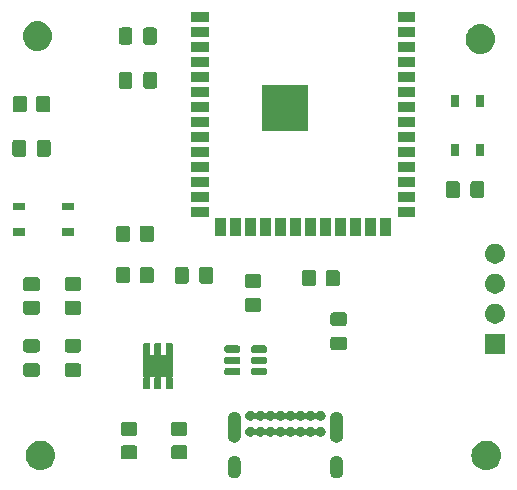
<source format=gts>
G04 #@! TF.GenerationSoftware,KiCad,Pcbnew,8.0.5*
G04 #@! TF.CreationDate,2024-11-29T11:32:06+09:00*
G04 #@! TF.ProjectId,esp32_primary_board_v2,65737033-325f-4707-9269-6d6172795f62,rev?*
G04 #@! TF.SameCoordinates,Original*
G04 #@! TF.FileFunction,Soldermask,Top*
G04 #@! TF.FilePolarity,Negative*
%FSLAX46Y46*%
G04 Gerber Fmt 4.6, Leading zero omitted, Abs format (unit mm)*
G04 Created by KiCad (PCBNEW 8.0.5) date 2024-11-29 11:32:06*
%MOMM*%
%LPD*%
G01*
G04 APERTURE LIST*
G04 APERTURE END LIST*
G36*
X134988002Y-138802722D02*
G01*
X134997050Y-138802722D01*
X135023115Y-138809706D01*
X135085150Y-138822045D01*
X135114433Y-138834174D01*
X135136241Y-138840018D01*
X135155794Y-138851307D01*
X135185078Y-138863437D01*
X135237679Y-138898583D01*
X135261036Y-138912069D01*
X135267428Y-138918461D01*
X135274996Y-138923518D01*
X135351481Y-139000003D01*
X135356537Y-139007570D01*
X135362931Y-139013964D01*
X135376418Y-139037324D01*
X135411562Y-139089921D01*
X135423690Y-139119202D01*
X135434982Y-139138759D01*
X135440826Y-139160570D01*
X135452954Y-139189849D01*
X135465292Y-139251880D01*
X135472278Y-139277950D01*
X135473162Y-139291444D01*
X135474342Y-139297375D01*
X135476709Y-139345574D01*
X135477000Y-139350000D01*
X135477000Y-140150000D01*
X135476709Y-140154428D01*
X135474342Y-140202624D01*
X135473162Y-140208553D01*
X135472278Y-140222050D01*
X135465291Y-140248122D01*
X135452954Y-140310150D01*
X135440827Y-140339426D01*
X135434982Y-140361241D01*
X135423689Y-140380800D01*
X135411562Y-140410078D01*
X135376422Y-140462668D01*
X135362931Y-140486036D01*
X135356535Y-140492431D01*
X135351481Y-140499996D01*
X135274996Y-140576481D01*
X135267431Y-140581535D01*
X135261036Y-140587931D01*
X135237668Y-140601422D01*
X135185078Y-140636562D01*
X135155800Y-140648689D01*
X135136241Y-140659982D01*
X135114426Y-140665827D01*
X135085150Y-140677954D01*
X135023121Y-140690292D01*
X134997050Y-140697278D01*
X134988002Y-140697278D01*
X134979078Y-140699053D01*
X134870922Y-140699053D01*
X134861998Y-140697278D01*
X134852950Y-140697278D01*
X134826880Y-140690292D01*
X134764849Y-140677954D01*
X134735570Y-140665826D01*
X134713759Y-140659982D01*
X134694202Y-140648690D01*
X134664921Y-140636562D01*
X134612324Y-140601418D01*
X134588964Y-140587931D01*
X134582570Y-140581537D01*
X134575003Y-140576481D01*
X134498518Y-140499996D01*
X134493461Y-140492428D01*
X134487069Y-140486036D01*
X134473583Y-140462679D01*
X134438437Y-140410078D01*
X134426307Y-140380794D01*
X134415018Y-140361241D01*
X134409174Y-140339433D01*
X134397045Y-140310150D01*
X134384704Y-140248108D01*
X134377722Y-140222050D01*
X134376837Y-140208561D01*
X134375657Y-140202624D01*
X134373289Y-140154421D01*
X134373000Y-140150000D01*
X134373000Y-139350000D01*
X134373289Y-139345581D01*
X134375657Y-139297375D01*
X134376838Y-139291437D01*
X134377722Y-139277950D01*
X134384703Y-139251894D01*
X134397045Y-139189849D01*
X134409175Y-139160563D01*
X134415018Y-139138759D01*
X134426305Y-139119208D01*
X134438437Y-139089921D01*
X134473588Y-139037313D01*
X134487069Y-139013964D01*
X134493459Y-139007573D01*
X134498518Y-139000003D01*
X134575003Y-138923518D01*
X134582573Y-138918459D01*
X134588964Y-138912069D01*
X134612313Y-138898588D01*
X134664921Y-138863437D01*
X134694208Y-138851305D01*
X134713759Y-138840018D01*
X134735563Y-138834175D01*
X134764849Y-138822045D01*
X134826886Y-138809705D01*
X134852950Y-138802722D01*
X134861998Y-138802722D01*
X134870922Y-138800947D01*
X134979078Y-138800947D01*
X134988002Y-138802722D01*
G37*
G36*
X143638002Y-138802722D02*
G01*
X143647050Y-138802722D01*
X143673115Y-138809706D01*
X143735150Y-138822045D01*
X143764433Y-138834174D01*
X143786241Y-138840018D01*
X143805794Y-138851307D01*
X143835078Y-138863437D01*
X143887679Y-138898583D01*
X143911036Y-138912069D01*
X143917428Y-138918461D01*
X143924996Y-138923518D01*
X144001481Y-139000003D01*
X144006537Y-139007570D01*
X144012931Y-139013964D01*
X144026418Y-139037324D01*
X144061562Y-139089921D01*
X144073690Y-139119202D01*
X144084982Y-139138759D01*
X144090826Y-139160570D01*
X144102954Y-139189849D01*
X144115292Y-139251880D01*
X144122278Y-139277950D01*
X144123162Y-139291444D01*
X144124342Y-139297375D01*
X144126709Y-139345574D01*
X144127000Y-139350000D01*
X144127000Y-140150000D01*
X144126709Y-140154428D01*
X144124342Y-140202624D01*
X144123162Y-140208553D01*
X144122278Y-140222050D01*
X144115291Y-140248122D01*
X144102954Y-140310150D01*
X144090827Y-140339426D01*
X144084982Y-140361241D01*
X144073689Y-140380800D01*
X144061562Y-140410078D01*
X144026422Y-140462668D01*
X144012931Y-140486036D01*
X144006535Y-140492431D01*
X144001481Y-140499996D01*
X143924996Y-140576481D01*
X143917431Y-140581535D01*
X143911036Y-140587931D01*
X143887668Y-140601422D01*
X143835078Y-140636562D01*
X143805800Y-140648689D01*
X143786241Y-140659982D01*
X143764426Y-140665827D01*
X143735150Y-140677954D01*
X143673121Y-140690292D01*
X143647050Y-140697278D01*
X143638002Y-140697278D01*
X143629078Y-140699053D01*
X143520922Y-140699053D01*
X143511998Y-140697278D01*
X143502950Y-140697278D01*
X143476880Y-140690292D01*
X143414849Y-140677954D01*
X143385570Y-140665826D01*
X143363759Y-140659982D01*
X143344202Y-140648690D01*
X143314921Y-140636562D01*
X143262324Y-140601418D01*
X143238964Y-140587931D01*
X143232570Y-140581537D01*
X143225003Y-140576481D01*
X143148518Y-140499996D01*
X143143461Y-140492428D01*
X143137069Y-140486036D01*
X143123583Y-140462679D01*
X143088437Y-140410078D01*
X143076307Y-140380794D01*
X143065018Y-140361241D01*
X143059174Y-140339433D01*
X143047045Y-140310150D01*
X143034704Y-140248108D01*
X143027722Y-140222050D01*
X143026837Y-140208561D01*
X143025657Y-140202624D01*
X143023289Y-140154421D01*
X143023000Y-140150000D01*
X143023000Y-139350000D01*
X143023289Y-139345581D01*
X143025657Y-139297375D01*
X143026838Y-139291437D01*
X143027722Y-139277950D01*
X143034703Y-139251894D01*
X143047045Y-139189849D01*
X143059175Y-139160563D01*
X143065018Y-139138759D01*
X143076305Y-139119208D01*
X143088437Y-139089921D01*
X143123588Y-139037313D01*
X143137069Y-139013964D01*
X143143459Y-139007573D01*
X143148518Y-139000003D01*
X143225003Y-138923518D01*
X143232573Y-138918459D01*
X143238964Y-138912069D01*
X143262313Y-138898588D01*
X143314921Y-138863437D01*
X143344208Y-138851305D01*
X143363759Y-138840018D01*
X143385563Y-138834175D01*
X143414849Y-138822045D01*
X143476886Y-138809705D01*
X143502950Y-138802722D01*
X143511998Y-138802722D01*
X143520922Y-138800947D01*
X143629078Y-138800947D01*
X143638002Y-138802722D01*
G37*
G36*
X118717060Y-137518990D02*
G01*
X118927525Y-137575384D01*
X119125000Y-137667468D01*
X119303485Y-137792444D01*
X119457556Y-137946515D01*
X119582532Y-138125000D01*
X119674616Y-138322475D01*
X119731010Y-138532940D01*
X119750000Y-138750000D01*
X119731010Y-138967060D01*
X119674616Y-139177525D01*
X119582532Y-139375000D01*
X119457556Y-139553485D01*
X119303485Y-139707556D01*
X119125000Y-139832532D01*
X118927525Y-139924616D01*
X118717060Y-139981010D01*
X118500000Y-140000000D01*
X118282940Y-139981010D01*
X118072475Y-139924616D01*
X117875000Y-139832532D01*
X117696515Y-139707556D01*
X117542444Y-139553485D01*
X117417468Y-139375000D01*
X117325384Y-139177525D01*
X117268990Y-138967060D01*
X117250000Y-138750000D01*
X117268990Y-138532940D01*
X117325384Y-138322475D01*
X117417468Y-138125000D01*
X117542444Y-137946515D01*
X117696515Y-137792444D01*
X117875000Y-137667468D01*
X118072475Y-137575384D01*
X118282940Y-137518990D01*
X118500000Y-137500000D01*
X118717060Y-137518990D01*
G37*
G36*
X156467060Y-137518990D02*
G01*
X156677525Y-137575384D01*
X156875000Y-137667468D01*
X157053485Y-137792444D01*
X157207556Y-137946515D01*
X157332532Y-138125000D01*
X157424616Y-138322475D01*
X157481010Y-138532940D01*
X157500000Y-138750000D01*
X157481010Y-138967060D01*
X157424616Y-139177525D01*
X157332532Y-139375000D01*
X157207556Y-139553485D01*
X157053485Y-139707556D01*
X156875000Y-139832532D01*
X156677525Y-139924616D01*
X156467060Y-139981010D01*
X156250000Y-140000000D01*
X156032940Y-139981010D01*
X155822475Y-139924616D01*
X155625000Y-139832532D01*
X155446515Y-139707556D01*
X155292444Y-139553485D01*
X155167468Y-139375000D01*
X155075384Y-139177525D01*
X155018990Y-138967060D01*
X155000000Y-138750000D01*
X155018990Y-138532940D01*
X155075384Y-138322475D01*
X155167468Y-138125000D01*
X155292444Y-137946515D01*
X155446515Y-137792444D01*
X155625000Y-137667468D01*
X155822475Y-137575384D01*
X156032940Y-137518990D01*
X156250000Y-137500000D01*
X156467060Y-137518990D01*
G37*
G36*
X126454850Y-137900964D02*
G01*
X126505040Y-137906787D01*
X126522189Y-137914359D01*
X126545671Y-137919030D01*
X126570810Y-137935827D01*
X126590696Y-137944608D01*
X126604277Y-137958189D01*
X126626777Y-137973223D01*
X126641810Y-137995722D01*
X126655391Y-138009303D01*
X126664170Y-138029186D01*
X126680970Y-138054329D01*
X126685641Y-138077812D01*
X126693212Y-138094959D01*
X126699033Y-138145139D01*
X126700000Y-138150000D01*
X126700000Y-138850000D01*
X126699032Y-138854863D01*
X126693212Y-138905040D01*
X126685641Y-138922185D01*
X126680970Y-138945671D01*
X126664169Y-138970815D01*
X126655391Y-138990696D01*
X126641812Y-139004274D01*
X126626777Y-139026777D01*
X126604274Y-139041812D01*
X126590696Y-139055391D01*
X126570815Y-139064169D01*
X126545671Y-139080970D01*
X126522185Y-139085641D01*
X126505040Y-139093212D01*
X126454861Y-139099032D01*
X126450000Y-139100000D01*
X125550000Y-139100000D01*
X125545138Y-139099032D01*
X125494959Y-139093212D01*
X125477812Y-139085641D01*
X125454329Y-139080970D01*
X125429186Y-139064170D01*
X125409303Y-139055391D01*
X125395722Y-139041810D01*
X125373223Y-139026777D01*
X125358189Y-139004277D01*
X125344608Y-138990696D01*
X125335827Y-138970810D01*
X125319030Y-138945671D01*
X125314359Y-138922189D01*
X125306787Y-138905040D01*
X125300964Y-138854849D01*
X125300000Y-138850000D01*
X125300000Y-138150000D01*
X125300964Y-138145150D01*
X125306787Y-138094959D01*
X125314359Y-138077808D01*
X125319030Y-138054329D01*
X125335826Y-138029191D01*
X125344608Y-138009303D01*
X125358191Y-137995719D01*
X125373223Y-137973223D01*
X125395719Y-137958191D01*
X125409303Y-137944608D01*
X125429191Y-137935826D01*
X125454329Y-137919030D01*
X125477808Y-137914359D01*
X125494959Y-137906787D01*
X125545151Y-137900964D01*
X125550000Y-137900000D01*
X126450000Y-137900000D01*
X126454850Y-137900964D01*
G37*
G36*
X130704850Y-137900964D02*
G01*
X130755040Y-137906787D01*
X130772189Y-137914359D01*
X130795671Y-137919030D01*
X130820810Y-137935827D01*
X130840696Y-137944608D01*
X130854277Y-137958189D01*
X130876777Y-137973223D01*
X130891810Y-137995722D01*
X130905391Y-138009303D01*
X130914170Y-138029186D01*
X130930970Y-138054329D01*
X130935641Y-138077812D01*
X130943212Y-138094959D01*
X130949033Y-138145139D01*
X130950000Y-138150000D01*
X130950000Y-138850000D01*
X130949032Y-138854863D01*
X130943212Y-138905040D01*
X130935641Y-138922185D01*
X130930970Y-138945671D01*
X130914169Y-138970815D01*
X130905391Y-138990696D01*
X130891812Y-139004274D01*
X130876777Y-139026777D01*
X130854274Y-139041812D01*
X130840696Y-139055391D01*
X130820815Y-139064169D01*
X130795671Y-139080970D01*
X130772185Y-139085641D01*
X130755040Y-139093212D01*
X130704861Y-139099032D01*
X130700000Y-139100000D01*
X129800000Y-139100000D01*
X129795138Y-139099032D01*
X129744959Y-139093212D01*
X129727812Y-139085641D01*
X129704329Y-139080970D01*
X129679186Y-139064170D01*
X129659303Y-139055391D01*
X129645722Y-139041810D01*
X129623223Y-139026777D01*
X129608189Y-139004277D01*
X129594608Y-138990696D01*
X129585827Y-138970810D01*
X129569030Y-138945671D01*
X129564359Y-138922189D01*
X129556787Y-138905040D01*
X129550964Y-138854849D01*
X129550000Y-138850000D01*
X129550000Y-138150000D01*
X129550964Y-138145150D01*
X129556787Y-138094959D01*
X129564359Y-138077808D01*
X129569030Y-138054329D01*
X129585826Y-138029191D01*
X129594608Y-138009303D01*
X129608191Y-137995719D01*
X129623223Y-137973223D01*
X129645719Y-137958191D01*
X129659303Y-137944608D01*
X129679191Y-137935826D01*
X129704329Y-137919030D01*
X129727808Y-137914359D01*
X129744959Y-137906787D01*
X129795151Y-137900964D01*
X129800000Y-137900000D01*
X130700000Y-137900000D01*
X130704850Y-137900964D01*
G37*
G36*
X134988002Y-135072722D02*
G01*
X134997050Y-135072722D01*
X135023115Y-135079706D01*
X135085150Y-135092045D01*
X135114433Y-135104174D01*
X135136241Y-135110018D01*
X135155794Y-135121307D01*
X135185078Y-135133437D01*
X135237679Y-135168583D01*
X135261036Y-135182069D01*
X135267428Y-135188461D01*
X135274996Y-135193518D01*
X135351481Y-135270003D01*
X135356537Y-135277570D01*
X135362931Y-135283964D01*
X135376418Y-135307324D01*
X135411562Y-135359921D01*
X135423690Y-135389202D01*
X135434982Y-135408759D01*
X135440826Y-135430570D01*
X135452954Y-135459849D01*
X135465292Y-135521880D01*
X135472278Y-135547950D01*
X135473162Y-135561444D01*
X135474342Y-135567375D01*
X135476709Y-135615574D01*
X135477000Y-135620000D01*
X135477000Y-137120000D01*
X135476709Y-137124428D01*
X135474342Y-137172624D01*
X135473162Y-137178553D01*
X135472278Y-137192050D01*
X135465291Y-137218122D01*
X135452954Y-137280150D01*
X135440827Y-137309426D01*
X135434982Y-137331241D01*
X135423689Y-137350800D01*
X135411562Y-137380078D01*
X135376422Y-137432668D01*
X135362931Y-137456036D01*
X135356535Y-137462431D01*
X135351481Y-137469996D01*
X135274996Y-137546481D01*
X135267431Y-137551535D01*
X135261036Y-137557931D01*
X135237668Y-137571422D01*
X135185078Y-137606562D01*
X135155800Y-137618689D01*
X135136241Y-137629982D01*
X135114426Y-137635827D01*
X135085150Y-137647954D01*
X135023121Y-137660292D01*
X134997050Y-137667278D01*
X134988002Y-137667278D01*
X134979078Y-137669053D01*
X134870922Y-137669053D01*
X134861998Y-137667278D01*
X134852950Y-137667278D01*
X134826880Y-137660292D01*
X134764849Y-137647954D01*
X134735570Y-137635826D01*
X134713759Y-137629982D01*
X134694202Y-137618690D01*
X134664921Y-137606562D01*
X134612324Y-137571418D01*
X134588964Y-137557931D01*
X134582570Y-137551537D01*
X134575003Y-137546481D01*
X134498518Y-137469996D01*
X134493461Y-137462428D01*
X134487069Y-137456036D01*
X134473583Y-137432679D01*
X134438437Y-137380078D01*
X134426307Y-137350794D01*
X134415018Y-137331241D01*
X134409174Y-137309433D01*
X134397045Y-137280150D01*
X134384704Y-137218108D01*
X134377722Y-137192050D01*
X134376837Y-137178561D01*
X134375657Y-137172624D01*
X134373289Y-137124421D01*
X134373000Y-137120000D01*
X134373000Y-135620000D01*
X134373289Y-135615581D01*
X134375657Y-135567375D01*
X134376838Y-135561437D01*
X134377722Y-135547950D01*
X134384703Y-135521894D01*
X134397045Y-135459849D01*
X134409175Y-135430563D01*
X134415018Y-135408759D01*
X134426305Y-135389208D01*
X134438437Y-135359921D01*
X134473588Y-135307313D01*
X134487069Y-135283964D01*
X134493459Y-135277573D01*
X134498518Y-135270003D01*
X134575003Y-135193518D01*
X134582573Y-135188459D01*
X134588964Y-135182069D01*
X134612313Y-135168588D01*
X134664921Y-135133437D01*
X134694208Y-135121305D01*
X134713759Y-135110018D01*
X134735563Y-135104175D01*
X134764849Y-135092045D01*
X134826886Y-135079705D01*
X134852950Y-135072722D01*
X134861998Y-135072722D01*
X134870922Y-135070947D01*
X134979078Y-135070947D01*
X134988002Y-135072722D01*
G37*
G36*
X143638002Y-135072722D02*
G01*
X143647050Y-135072722D01*
X143673115Y-135079706D01*
X143735150Y-135092045D01*
X143764433Y-135104174D01*
X143786241Y-135110018D01*
X143805794Y-135121307D01*
X143835078Y-135133437D01*
X143887679Y-135168583D01*
X143911036Y-135182069D01*
X143917428Y-135188461D01*
X143924996Y-135193518D01*
X144001481Y-135270003D01*
X144006537Y-135277570D01*
X144012931Y-135283964D01*
X144026418Y-135307324D01*
X144061562Y-135359921D01*
X144073690Y-135389202D01*
X144084982Y-135408759D01*
X144090826Y-135430570D01*
X144102954Y-135459849D01*
X144115292Y-135521880D01*
X144122278Y-135547950D01*
X144123162Y-135561444D01*
X144124342Y-135567375D01*
X144126709Y-135615574D01*
X144127000Y-135620000D01*
X144127000Y-137120000D01*
X144126709Y-137124428D01*
X144124342Y-137172624D01*
X144123162Y-137178553D01*
X144122278Y-137192050D01*
X144115291Y-137218122D01*
X144102954Y-137280150D01*
X144090827Y-137309426D01*
X144084982Y-137331241D01*
X144073689Y-137350800D01*
X144061562Y-137380078D01*
X144026422Y-137432668D01*
X144012931Y-137456036D01*
X144006535Y-137462431D01*
X144001481Y-137469996D01*
X143924996Y-137546481D01*
X143917431Y-137551535D01*
X143911036Y-137557931D01*
X143887668Y-137571422D01*
X143835078Y-137606562D01*
X143805800Y-137618689D01*
X143786241Y-137629982D01*
X143764426Y-137635827D01*
X143735150Y-137647954D01*
X143673121Y-137660292D01*
X143647050Y-137667278D01*
X143638002Y-137667278D01*
X143629078Y-137669053D01*
X143520922Y-137669053D01*
X143511998Y-137667278D01*
X143502950Y-137667278D01*
X143476880Y-137660292D01*
X143414849Y-137647954D01*
X143385570Y-137635826D01*
X143363759Y-137629982D01*
X143344202Y-137618690D01*
X143314921Y-137606562D01*
X143262324Y-137571418D01*
X143238964Y-137557931D01*
X143232570Y-137551537D01*
X143225003Y-137546481D01*
X143148518Y-137469996D01*
X143143461Y-137462428D01*
X143137069Y-137456036D01*
X143123583Y-137432679D01*
X143088437Y-137380078D01*
X143076307Y-137350794D01*
X143065018Y-137331241D01*
X143059174Y-137309433D01*
X143047045Y-137280150D01*
X143034704Y-137218108D01*
X143027722Y-137192050D01*
X143026837Y-137178561D01*
X143025657Y-137172624D01*
X143023289Y-137124421D01*
X143023000Y-137120000D01*
X143023000Y-135620000D01*
X143023289Y-135615581D01*
X143025657Y-135567375D01*
X143026838Y-135561437D01*
X143027722Y-135547950D01*
X143034703Y-135521894D01*
X143047045Y-135459849D01*
X143059175Y-135430563D01*
X143065018Y-135408759D01*
X143076305Y-135389208D01*
X143088437Y-135359921D01*
X143123588Y-135307313D01*
X143137069Y-135283964D01*
X143143459Y-135277573D01*
X143148518Y-135270003D01*
X143225003Y-135193518D01*
X143232573Y-135188459D01*
X143238964Y-135182069D01*
X143262313Y-135168588D01*
X143314921Y-135133437D01*
X143344208Y-135121305D01*
X143363759Y-135110018D01*
X143385563Y-135104175D01*
X143414849Y-135092045D01*
X143476886Y-135079705D01*
X143502950Y-135072722D01*
X143511998Y-135072722D01*
X143520922Y-135070947D01*
X143629078Y-135070947D01*
X143638002Y-135072722D01*
G37*
G36*
X136452382Y-136351587D02*
G01*
X136554626Y-136417295D01*
X136634215Y-136509146D01*
X136662111Y-136570231D01*
X136737889Y-136570231D01*
X136765785Y-136509146D01*
X136845374Y-136417295D01*
X136947618Y-136351587D01*
X137064232Y-136317346D01*
X137185768Y-136317346D01*
X137302382Y-136351587D01*
X137404626Y-136417295D01*
X137484215Y-136509146D01*
X137512111Y-136570231D01*
X137587889Y-136570231D01*
X137615785Y-136509146D01*
X137695374Y-136417295D01*
X137797618Y-136351587D01*
X137914232Y-136317346D01*
X138035768Y-136317346D01*
X138152382Y-136351587D01*
X138254626Y-136417295D01*
X138334215Y-136509146D01*
X138362111Y-136570231D01*
X138437889Y-136570231D01*
X138465785Y-136509146D01*
X138545374Y-136417295D01*
X138647618Y-136351587D01*
X138764232Y-136317346D01*
X138885768Y-136317346D01*
X139002382Y-136351587D01*
X139104626Y-136417295D01*
X139184215Y-136509146D01*
X139212111Y-136570231D01*
X139287889Y-136570231D01*
X139315785Y-136509146D01*
X139395374Y-136417295D01*
X139497618Y-136351587D01*
X139614232Y-136317346D01*
X139735768Y-136317346D01*
X139852382Y-136351587D01*
X139954626Y-136417295D01*
X140034215Y-136509146D01*
X140062111Y-136570231D01*
X140137889Y-136570231D01*
X140165785Y-136509146D01*
X140245374Y-136417295D01*
X140347618Y-136351587D01*
X140464232Y-136317346D01*
X140585768Y-136317346D01*
X140702382Y-136351587D01*
X140804626Y-136417295D01*
X140884215Y-136509146D01*
X140912111Y-136570231D01*
X140987889Y-136570231D01*
X141015785Y-136509146D01*
X141095374Y-136417295D01*
X141197618Y-136351587D01*
X141314232Y-136317346D01*
X141435768Y-136317346D01*
X141552382Y-136351587D01*
X141654626Y-136417295D01*
X141734215Y-136509146D01*
X141762111Y-136570231D01*
X141837889Y-136570231D01*
X141865785Y-136509146D01*
X141945374Y-136417295D01*
X142047618Y-136351587D01*
X142164232Y-136317346D01*
X142285768Y-136317346D01*
X142402382Y-136351587D01*
X142504626Y-136417295D01*
X142584215Y-136509146D01*
X142634703Y-136619700D01*
X142652000Y-136740000D01*
X142634703Y-136860300D01*
X142584215Y-136970854D01*
X142504626Y-137062705D01*
X142402382Y-137128413D01*
X142285768Y-137162654D01*
X142164232Y-137162654D01*
X142047618Y-137128413D01*
X141945374Y-137062705D01*
X141865785Y-136970854D01*
X141837888Y-136909768D01*
X141762112Y-136909768D01*
X141734215Y-136970854D01*
X141654626Y-137062705D01*
X141552382Y-137128413D01*
X141435768Y-137162654D01*
X141314232Y-137162654D01*
X141197618Y-137128413D01*
X141095374Y-137062705D01*
X141015785Y-136970854D01*
X140987888Y-136909768D01*
X140912112Y-136909768D01*
X140884215Y-136970854D01*
X140804626Y-137062705D01*
X140702382Y-137128413D01*
X140585768Y-137162654D01*
X140464232Y-137162654D01*
X140347618Y-137128413D01*
X140245374Y-137062705D01*
X140165785Y-136970854D01*
X140137888Y-136909768D01*
X140062112Y-136909768D01*
X140034215Y-136970854D01*
X139954626Y-137062705D01*
X139852382Y-137128413D01*
X139735768Y-137162654D01*
X139614232Y-137162654D01*
X139497618Y-137128413D01*
X139395374Y-137062705D01*
X139315785Y-136970854D01*
X139287888Y-136909768D01*
X139212112Y-136909768D01*
X139184215Y-136970854D01*
X139104626Y-137062705D01*
X139002382Y-137128413D01*
X138885768Y-137162654D01*
X138764232Y-137162654D01*
X138647618Y-137128413D01*
X138545374Y-137062705D01*
X138465785Y-136970854D01*
X138437888Y-136909768D01*
X138362112Y-136909768D01*
X138334215Y-136970854D01*
X138254626Y-137062705D01*
X138152382Y-137128413D01*
X138035768Y-137162654D01*
X137914232Y-137162654D01*
X137797618Y-137128413D01*
X137695374Y-137062705D01*
X137615785Y-136970854D01*
X137587888Y-136909768D01*
X137512112Y-136909768D01*
X137484215Y-136970854D01*
X137404626Y-137062705D01*
X137302382Y-137128413D01*
X137185768Y-137162654D01*
X137064232Y-137162654D01*
X136947618Y-137128413D01*
X136845374Y-137062705D01*
X136765785Y-136970854D01*
X136737888Y-136909768D01*
X136662112Y-136909768D01*
X136634215Y-136970854D01*
X136554626Y-137062705D01*
X136452382Y-137128413D01*
X136335768Y-137162654D01*
X136214232Y-137162654D01*
X136097618Y-137128413D01*
X135995374Y-137062705D01*
X135915785Y-136970854D01*
X135865297Y-136860300D01*
X135848000Y-136740000D01*
X135865297Y-136619700D01*
X135915785Y-136509146D01*
X135995374Y-136417295D01*
X136097618Y-136351587D01*
X136214232Y-136317346D01*
X136335768Y-136317346D01*
X136452382Y-136351587D01*
G37*
G36*
X126454850Y-135900964D02*
G01*
X126505040Y-135906787D01*
X126522189Y-135914359D01*
X126545671Y-135919030D01*
X126570810Y-135935827D01*
X126590696Y-135944608D01*
X126604277Y-135958189D01*
X126626777Y-135973223D01*
X126641810Y-135995722D01*
X126655391Y-136009303D01*
X126664170Y-136029186D01*
X126680970Y-136054329D01*
X126685641Y-136077812D01*
X126693212Y-136094959D01*
X126699033Y-136145139D01*
X126700000Y-136150000D01*
X126700000Y-136850000D01*
X126699032Y-136854863D01*
X126693212Y-136905040D01*
X126685641Y-136922185D01*
X126680970Y-136945671D01*
X126664169Y-136970815D01*
X126655391Y-136990696D01*
X126641812Y-137004274D01*
X126626777Y-137026777D01*
X126604274Y-137041812D01*
X126590696Y-137055391D01*
X126570815Y-137064169D01*
X126545671Y-137080970D01*
X126522185Y-137085641D01*
X126505040Y-137093212D01*
X126454861Y-137099032D01*
X126450000Y-137100000D01*
X125550000Y-137100000D01*
X125545138Y-137099032D01*
X125494959Y-137093212D01*
X125477812Y-137085641D01*
X125454329Y-137080970D01*
X125429186Y-137064170D01*
X125409303Y-137055391D01*
X125395722Y-137041810D01*
X125373223Y-137026777D01*
X125358189Y-137004277D01*
X125344608Y-136990696D01*
X125335827Y-136970810D01*
X125319030Y-136945671D01*
X125314359Y-136922189D01*
X125306787Y-136905040D01*
X125300964Y-136854849D01*
X125300000Y-136850000D01*
X125300000Y-136150000D01*
X125300964Y-136145150D01*
X125306787Y-136094959D01*
X125314359Y-136077808D01*
X125319030Y-136054329D01*
X125335826Y-136029191D01*
X125344608Y-136009303D01*
X125358191Y-135995719D01*
X125373223Y-135973223D01*
X125395719Y-135958191D01*
X125409303Y-135944608D01*
X125429191Y-135935826D01*
X125454329Y-135919030D01*
X125477808Y-135914359D01*
X125494959Y-135906787D01*
X125545151Y-135900964D01*
X125550000Y-135900000D01*
X126450000Y-135900000D01*
X126454850Y-135900964D01*
G37*
G36*
X130704850Y-135900964D02*
G01*
X130755040Y-135906787D01*
X130772189Y-135914359D01*
X130795671Y-135919030D01*
X130820810Y-135935827D01*
X130840696Y-135944608D01*
X130854277Y-135958189D01*
X130876777Y-135973223D01*
X130891810Y-135995722D01*
X130905391Y-136009303D01*
X130914170Y-136029186D01*
X130930970Y-136054329D01*
X130935641Y-136077812D01*
X130943212Y-136094959D01*
X130949033Y-136145139D01*
X130950000Y-136150000D01*
X130950000Y-136850000D01*
X130949032Y-136854863D01*
X130943212Y-136905040D01*
X130935641Y-136922185D01*
X130930970Y-136945671D01*
X130914169Y-136970815D01*
X130905391Y-136990696D01*
X130891812Y-137004274D01*
X130876777Y-137026777D01*
X130854274Y-137041812D01*
X130840696Y-137055391D01*
X130820815Y-137064169D01*
X130795671Y-137080970D01*
X130772185Y-137085641D01*
X130755040Y-137093212D01*
X130704861Y-137099032D01*
X130700000Y-137100000D01*
X129800000Y-137100000D01*
X129795138Y-137099032D01*
X129744959Y-137093212D01*
X129727812Y-137085641D01*
X129704329Y-137080970D01*
X129679186Y-137064170D01*
X129659303Y-137055391D01*
X129645722Y-137041810D01*
X129623223Y-137026777D01*
X129608189Y-137004277D01*
X129594608Y-136990696D01*
X129585827Y-136970810D01*
X129569030Y-136945671D01*
X129564359Y-136922189D01*
X129556787Y-136905040D01*
X129550964Y-136854849D01*
X129550000Y-136850000D01*
X129550000Y-136150000D01*
X129550964Y-136145150D01*
X129556787Y-136094959D01*
X129564359Y-136077808D01*
X129569030Y-136054329D01*
X129585826Y-136029191D01*
X129594608Y-136009303D01*
X129608191Y-135995719D01*
X129623223Y-135973223D01*
X129645719Y-135958191D01*
X129659303Y-135944608D01*
X129679191Y-135935826D01*
X129704329Y-135919030D01*
X129727808Y-135914359D01*
X129744959Y-135906787D01*
X129795151Y-135900964D01*
X129800000Y-135900000D01*
X130700000Y-135900000D01*
X130704850Y-135900964D01*
G37*
G36*
X136452382Y-135001587D02*
G01*
X136554626Y-135067295D01*
X136634215Y-135159146D01*
X136662111Y-135220231D01*
X136737889Y-135220231D01*
X136765785Y-135159146D01*
X136845374Y-135067295D01*
X136947618Y-135001587D01*
X137064232Y-134967346D01*
X137185768Y-134967346D01*
X137302382Y-135001587D01*
X137404626Y-135067295D01*
X137484215Y-135159146D01*
X137512111Y-135220231D01*
X137587889Y-135220231D01*
X137615785Y-135159146D01*
X137695374Y-135067295D01*
X137797618Y-135001587D01*
X137914232Y-134967346D01*
X138035768Y-134967346D01*
X138152382Y-135001587D01*
X138254626Y-135067295D01*
X138334215Y-135159146D01*
X138362111Y-135220231D01*
X138437889Y-135220231D01*
X138465785Y-135159146D01*
X138545374Y-135067295D01*
X138647618Y-135001587D01*
X138764232Y-134967346D01*
X138885768Y-134967346D01*
X139002382Y-135001587D01*
X139104626Y-135067295D01*
X139184215Y-135159146D01*
X139212111Y-135220231D01*
X139287889Y-135220231D01*
X139315785Y-135159146D01*
X139395374Y-135067295D01*
X139497618Y-135001587D01*
X139614232Y-134967346D01*
X139735768Y-134967346D01*
X139852382Y-135001587D01*
X139954626Y-135067295D01*
X140034215Y-135159146D01*
X140062111Y-135220231D01*
X140137889Y-135220231D01*
X140165785Y-135159146D01*
X140245374Y-135067295D01*
X140347618Y-135001587D01*
X140464232Y-134967346D01*
X140585768Y-134967346D01*
X140702382Y-135001587D01*
X140804626Y-135067295D01*
X140884215Y-135159146D01*
X140912111Y-135220231D01*
X140987889Y-135220231D01*
X141015785Y-135159146D01*
X141095374Y-135067295D01*
X141197618Y-135001587D01*
X141314232Y-134967346D01*
X141435768Y-134967346D01*
X141552382Y-135001587D01*
X141654626Y-135067295D01*
X141734215Y-135159146D01*
X141762111Y-135220231D01*
X141837889Y-135220231D01*
X141865785Y-135159146D01*
X141945374Y-135067295D01*
X142047618Y-135001587D01*
X142164232Y-134967346D01*
X142285768Y-134967346D01*
X142402382Y-135001587D01*
X142504626Y-135067295D01*
X142584215Y-135159146D01*
X142634703Y-135269700D01*
X142652000Y-135390000D01*
X142634703Y-135510300D01*
X142584215Y-135620854D01*
X142504626Y-135712705D01*
X142402382Y-135778413D01*
X142285768Y-135812654D01*
X142164232Y-135812654D01*
X142047618Y-135778413D01*
X141945374Y-135712705D01*
X141865785Y-135620854D01*
X141837888Y-135559768D01*
X141762112Y-135559768D01*
X141734215Y-135620854D01*
X141654626Y-135712705D01*
X141552382Y-135778413D01*
X141435768Y-135812654D01*
X141314232Y-135812654D01*
X141197618Y-135778413D01*
X141095374Y-135712705D01*
X141015785Y-135620854D01*
X140987888Y-135559768D01*
X140912112Y-135559768D01*
X140884215Y-135620854D01*
X140804626Y-135712705D01*
X140702382Y-135778413D01*
X140585768Y-135812654D01*
X140464232Y-135812654D01*
X140347618Y-135778413D01*
X140245374Y-135712705D01*
X140165785Y-135620854D01*
X140137888Y-135559768D01*
X140062112Y-135559768D01*
X140034215Y-135620854D01*
X139954626Y-135712705D01*
X139852382Y-135778413D01*
X139735768Y-135812654D01*
X139614232Y-135812654D01*
X139497618Y-135778413D01*
X139395374Y-135712705D01*
X139315785Y-135620854D01*
X139287888Y-135559768D01*
X139212112Y-135559768D01*
X139184215Y-135620854D01*
X139104626Y-135712705D01*
X139002382Y-135778413D01*
X138885768Y-135812654D01*
X138764232Y-135812654D01*
X138647618Y-135778413D01*
X138545374Y-135712705D01*
X138465785Y-135620854D01*
X138437888Y-135559768D01*
X138362112Y-135559768D01*
X138334215Y-135620854D01*
X138254626Y-135712705D01*
X138152382Y-135778413D01*
X138035768Y-135812654D01*
X137914232Y-135812654D01*
X137797618Y-135778413D01*
X137695374Y-135712705D01*
X137615785Y-135620854D01*
X137587888Y-135559768D01*
X137512112Y-135559768D01*
X137484215Y-135620854D01*
X137404626Y-135712705D01*
X137302382Y-135778413D01*
X137185768Y-135812654D01*
X137064232Y-135812654D01*
X136947618Y-135778413D01*
X136845374Y-135712705D01*
X136765785Y-135620854D01*
X136737888Y-135559768D01*
X136662112Y-135559768D01*
X136634215Y-135620854D01*
X136554626Y-135712705D01*
X136452382Y-135778413D01*
X136335768Y-135812654D01*
X136214232Y-135812654D01*
X136097618Y-135778413D01*
X135995374Y-135712705D01*
X135915785Y-135620854D01*
X135865297Y-135510300D01*
X135848000Y-135390000D01*
X135865297Y-135269700D01*
X135915785Y-135159146D01*
X135995374Y-135067295D01*
X136097618Y-135001587D01*
X136214232Y-134967346D01*
X136335768Y-134967346D01*
X136452382Y-135001587D01*
G37*
G36*
X127708168Y-129229570D02*
G01*
X127757480Y-129262520D01*
X127790430Y-129311832D01*
X127802000Y-129370000D01*
X127802000Y-130130000D01*
X127790430Y-130188168D01*
X127788756Y-130190673D01*
X127782102Y-130224128D01*
X127818107Y-130268000D01*
X128131892Y-130268000D01*
X128167897Y-130224129D01*
X128161242Y-130190671D01*
X128159570Y-130188168D01*
X128148000Y-130130000D01*
X128148000Y-129370000D01*
X128159570Y-129311832D01*
X128192520Y-129262520D01*
X128241832Y-129229570D01*
X128300000Y-129218000D01*
X128600000Y-129218000D01*
X128658168Y-129229570D01*
X128707480Y-129262520D01*
X128740430Y-129311832D01*
X128752000Y-129370000D01*
X128752000Y-130130000D01*
X128740430Y-130188168D01*
X128738756Y-130190673D01*
X128732102Y-130224128D01*
X128768107Y-130268000D01*
X129081892Y-130268000D01*
X129117897Y-130224129D01*
X129111242Y-130190671D01*
X129109570Y-130188168D01*
X129098000Y-130130000D01*
X129098000Y-129370000D01*
X129109570Y-129311832D01*
X129142520Y-129262520D01*
X129191832Y-129229570D01*
X129250000Y-129218000D01*
X129550000Y-129218000D01*
X129608168Y-129229570D01*
X129657480Y-129262520D01*
X129690430Y-129311832D01*
X129702000Y-129370000D01*
X129702000Y-130130000D01*
X129690430Y-130188168D01*
X129663150Y-130228994D01*
X129672388Y-130275436D01*
X129674034Y-130275764D01*
X129707125Y-130297875D01*
X129729236Y-130330966D01*
X129737000Y-130370000D01*
X129737000Y-132000000D01*
X129729236Y-132039034D01*
X129707125Y-132072125D01*
X129674034Y-132094236D01*
X129672388Y-132094563D01*
X129663149Y-132141005D01*
X129690430Y-132181832D01*
X129702000Y-132240000D01*
X129702000Y-133000000D01*
X129690430Y-133058168D01*
X129657480Y-133107480D01*
X129608168Y-133140430D01*
X129550000Y-133152000D01*
X129250000Y-133152000D01*
X129191832Y-133140430D01*
X129142520Y-133107480D01*
X129109570Y-133058168D01*
X129098000Y-133000000D01*
X129098000Y-132240000D01*
X129109570Y-132181832D01*
X129111241Y-132179329D01*
X129117897Y-132145870D01*
X129081893Y-132102000D01*
X128768106Y-132102000D01*
X128732102Y-132145870D01*
X128738756Y-132179327D01*
X128740430Y-132181832D01*
X128752000Y-132240000D01*
X128752000Y-133000000D01*
X128740430Y-133058168D01*
X128707480Y-133107480D01*
X128658168Y-133140430D01*
X128600000Y-133152000D01*
X128300000Y-133152000D01*
X128241832Y-133140430D01*
X128192520Y-133107480D01*
X128159570Y-133058168D01*
X128148000Y-133000000D01*
X128148000Y-132240000D01*
X128159570Y-132181832D01*
X128161241Y-132179329D01*
X128167897Y-132145870D01*
X128131893Y-132102000D01*
X127818106Y-132102000D01*
X127782102Y-132145870D01*
X127788756Y-132179327D01*
X127790430Y-132181832D01*
X127802000Y-132240000D01*
X127802000Y-133000000D01*
X127790430Y-133058168D01*
X127757480Y-133107480D01*
X127708168Y-133140430D01*
X127650000Y-133152000D01*
X127350000Y-133152000D01*
X127291832Y-133140430D01*
X127242520Y-133107480D01*
X127209570Y-133058168D01*
X127198000Y-133000000D01*
X127198000Y-132240000D01*
X127209570Y-132181832D01*
X127236849Y-132141006D01*
X127227610Y-132094563D01*
X127225966Y-132094236D01*
X127192875Y-132072125D01*
X127170764Y-132039034D01*
X127163000Y-132000000D01*
X127163000Y-130370000D01*
X127170764Y-130330966D01*
X127192875Y-130297875D01*
X127225966Y-130275764D01*
X127227610Y-130275436D01*
X127236848Y-130228992D01*
X127209570Y-130188168D01*
X127198000Y-130130000D01*
X127198000Y-129370000D01*
X127209570Y-129311832D01*
X127242520Y-129262520D01*
X127291832Y-129229570D01*
X127350000Y-129218000D01*
X127650000Y-129218000D01*
X127708168Y-129229570D01*
G37*
G36*
X118204850Y-130950964D02*
G01*
X118255040Y-130956787D01*
X118272189Y-130964359D01*
X118295671Y-130969030D01*
X118320810Y-130985827D01*
X118340696Y-130994608D01*
X118354277Y-131008189D01*
X118376777Y-131023223D01*
X118391810Y-131045722D01*
X118405391Y-131059303D01*
X118414170Y-131079186D01*
X118430970Y-131104329D01*
X118435641Y-131127812D01*
X118443212Y-131144959D01*
X118449033Y-131195139D01*
X118450000Y-131200000D01*
X118450000Y-131850000D01*
X118449032Y-131854863D01*
X118443212Y-131905040D01*
X118435641Y-131922185D01*
X118430970Y-131945671D01*
X118414169Y-131970815D01*
X118405391Y-131990696D01*
X118391812Y-132004274D01*
X118376777Y-132026777D01*
X118354274Y-132041812D01*
X118340696Y-132055391D01*
X118320815Y-132064169D01*
X118295671Y-132080970D01*
X118272185Y-132085641D01*
X118255040Y-132093212D01*
X118204861Y-132099032D01*
X118200000Y-132100000D01*
X117300000Y-132100000D01*
X117295138Y-132099032D01*
X117244959Y-132093212D01*
X117227812Y-132085641D01*
X117204329Y-132080970D01*
X117179186Y-132064170D01*
X117159303Y-132055391D01*
X117145722Y-132041810D01*
X117123223Y-132026777D01*
X117108189Y-132004277D01*
X117094608Y-131990696D01*
X117085827Y-131970810D01*
X117069030Y-131945671D01*
X117064359Y-131922189D01*
X117056787Y-131905040D01*
X117050964Y-131854849D01*
X117050000Y-131850000D01*
X117050000Y-131200000D01*
X117050964Y-131195150D01*
X117056787Y-131144959D01*
X117064359Y-131127808D01*
X117069030Y-131104329D01*
X117085826Y-131079191D01*
X117094608Y-131059303D01*
X117108191Y-131045719D01*
X117123223Y-131023223D01*
X117145719Y-131008191D01*
X117159303Y-130994608D01*
X117179191Y-130985826D01*
X117204329Y-130969030D01*
X117227808Y-130964359D01*
X117244959Y-130956787D01*
X117295151Y-130950964D01*
X117300000Y-130950000D01*
X118200000Y-130950000D01*
X118204850Y-130950964D01*
G37*
G36*
X121704850Y-130950964D02*
G01*
X121755040Y-130956787D01*
X121772189Y-130964359D01*
X121795671Y-130969030D01*
X121820810Y-130985827D01*
X121840696Y-130994608D01*
X121854277Y-131008189D01*
X121876777Y-131023223D01*
X121891810Y-131045722D01*
X121905391Y-131059303D01*
X121914170Y-131079186D01*
X121930970Y-131104329D01*
X121935641Y-131127812D01*
X121943212Y-131144959D01*
X121949033Y-131195139D01*
X121950000Y-131200000D01*
X121950000Y-131850000D01*
X121949032Y-131854863D01*
X121943212Y-131905040D01*
X121935641Y-131922185D01*
X121930970Y-131945671D01*
X121914169Y-131970815D01*
X121905391Y-131990696D01*
X121891812Y-132004274D01*
X121876777Y-132026777D01*
X121854274Y-132041812D01*
X121840696Y-132055391D01*
X121820815Y-132064169D01*
X121795671Y-132080970D01*
X121772185Y-132085641D01*
X121755040Y-132093212D01*
X121704861Y-132099032D01*
X121700000Y-132100000D01*
X120800000Y-132100000D01*
X120795138Y-132099032D01*
X120744959Y-132093212D01*
X120727812Y-132085641D01*
X120704329Y-132080970D01*
X120679186Y-132064170D01*
X120659303Y-132055391D01*
X120645722Y-132041810D01*
X120623223Y-132026777D01*
X120608189Y-132004277D01*
X120594608Y-131990696D01*
X120585827Y-131970810D01*
X120569030Y-131945671D01*
X120564359Y-131922189D01*
X120556787Y-131905040D01*
X120550964Y-131854849D01*
X120550000Y-131850000D01*
X120550000Y-131200000D01*
X120550964Y-131195150D01*
X120556787Y-131144959D01*
X120564359Y-131127808D01*
X120569030Y-131104329D01*
X120585826Y-131079191D01*
X120594608Y-131059303D01*
X120608191Y-131045719D01*
X120623223Y-131023223D01*
X120645719Y-131008191D01*
X120659303Y-130994608D01*
X120679191Y-130985826D01*
X120704329Y-130969030D01*
X120727808Y-130964359D01*
X120744959Y-130956787D01*
X120795151Y-130950964D01*
X120800000Y-130950000D01*
X121700000Y-130950000D01*
X121704850Y-130950964D01*
G37*
G36*
X135319903Y-131361418D02*
G01*
X135368566Y-131393934D01*
X135401082Y-131442597D01*
X135412500Y-131500000D01*
X135412500Y-131800000D01*
X135401082Y-131857403D01*
X135368566Y-131906066D01*
X135319903Y-131938582D01*
X135262500Y-131950000D01*
X134237500Y-131950000D01*
X134180097Y-131938582D01*
X134131434Y-131906066D01*
X134098918Y-131857403D01*
X134087500Y-131800000D01*
X134087500Y-131500000D01*
X134098918Y-131442597D01*
X134131434Y-131393934D01*
X134180097Y-131361418D01*
X134237500Y-131350000D01*
X135262500Y-131350000D01*
X135319903Y-131361418D01*
G37*
G36*
X137594903Y-131361418D02*
G01*
X137643566Y-131393934D01*
X137676082Y-131442597D01*
X137687500Y-131500000D01*
X137687500Y-131800000D01*
X137676082Y-131857403D01*
X137643566Y-131906066D01*
X137594903Y-131938582D01*
X137537500Y-131950000D01*
X136512500Y-131950000D01*
X136455097Y-131938582D01*
X136406434Y-131906066D01*
X136373918Y-131857403D01*
X136362500Y-131800000D01*
X136362500Y-131500000D01*
X136373918Y-131442597D01*
X136406434Y-131393934D01*
X136455097Y-131361418D01*
X136512500Y-131350000D01*
X137537500Y-131350000D01*
X137594903Y-131361418D01*
G37*
G36*
X135319903Y-130411418D02*
G01*
X135368566Y-130443934D01*
X135401082Y-130492597D01*
X135412500Y-130550000D01*
X135412500Y-130850000D01*
X135401082Y-130907403D01*
X135368566Y-130956066D01*
X135319903Y-130988582D01*
X135262500Y-131000000D01*
X134237500Y-131000000D01*
X134180097Y-130988582D01*
X134131434Y-130956066D01*
X134098918Y-130907403D01*
X134087500Y-130850000D01*
X134087500Y-130550000D01*
X134098918Y-130492597D01*
X134131434Y-130443934D01*
X134180097Y-130411418D01*
X134237500Y-130400000D01*
X135262500Y-130400000D01*
X135319903Y-130411418D01*
G37*
G36*
X137594903Y-130411418D02*
G01*
X137643566Y-130443934D01*
X137676082Y-130492597D01*
X137687500Y-130550000D01*
X137687500Y-130850000D01*
X137676082Y-130907403D01*
X137643566Y-130956066D01*
X137594903Y-130988582D01*
X137537500Y-131000000D01*
X136512500Y-131000000D01*
X136455097Y-130988582D01*
X136406434Y-130956066D01*
X136373918Y-130907403D01*
X136362500Y-130850000D01*
X136362500Y-130550000D01*
X136373918Y-130492597D01*
X136406434Y-130443934D01*
X136455097Y-130411418D01*
X136512500Y-130400000D01*
X137537500Y-130400000D01*
X137594903Y-130411418D01*
G37*
G36*
X157825000Y-130150000D02*
G01*
X156125000Y-130150000D01*
X156125000Y-128450000D01*
X157825000Y-128450000D01*
X157825000Y-130150000D01*
G37*
G36*
X118204850Y-128900964D02*
G01*
X118255040Y-128906787D01*
X118272189Y-128914359D01*
X118295671Y-128919030D01*
X118320810Y-128935827D01*
X118340696Y-128944608D01*
X118354277Y-128958189D01*
X118376777Y-128973223D01*
X118391810Y-128995722D01*
X118405391Y-129009303D01*
X118414170Y-129029186D01*
X118430970Y-129054329D01*
X118435641Y-129077812D01*
X118443212Y-129094959D01*
X118449033Y-129145139D01*
X118450000Y-129150000D01*
X118450000Y-129800000D01*
X118449032Y-129804863D01*
X118443212Y-129855040D01*
X118435641Y-129872185D01*
X118430970Y-129895671D01*
X118414169Y-129920815D01*
X118405391Y-129940696D01*
X118391812Y-129954274D01*
X118376777Y-129976777D01*
X118354274Y-129991812D01*
X118340696Y-130005391D01*
X118320815Y-130014169D01*
X118295671Y-130030970D01*
X118272185Y-130035641D01*
X118255040Y-130043212D01*
X118204861Y-130049032D01*
X118200000Y-130050000D01*
X117300000Y-130050000D01*
X117295138Y-130049032D01*
X117244959Y-130043212D01*
X117227812Y-130035641D01*
X117204329Y-130030970D01*
X117179186Y-130014170D01*
X117159303Y-130005391D01*
X117145722Y-129991810D01*
X117123223Y-129976777D01*
X117108189Y-129954277D01*
X117094608Y-129940696D01*
X117085827Y-129920810D01*
X117069030Y-129895671D01*
X117064359Y-129872189D01*
X117056787Y-129855040D01*
X117050964Y-129804849D01*
X117050000Y-129800000D01*
X117050000Y-129150000D01*
X117050964Y-129145150D01*
X117056787Y-129094959D01*
X117064359Y-129077808D01*
X117069030Y-129054329D01*
X117085826Y-129029191D01*
X117094608Y-129009303D01*
X117108191Y-128995719D01*
X117123223Y-128973223D01*
X117145719Y-128958191D01*
X117159303Y-128944608D01*
X117179191Y-128935826D01*
X117204329Y-128919030D01*
X117227808Y-128914359D01*
X117244959Y-128906787D01*
X117295151Y-128900964D01*
X117300000Y-128900000D01*
X118200000Y-128900000D01*
X118204850Y-128900964D01*
G37*
G36*
X121704850Y-128900964D02*
G01*
X121755040Y-128906787D01*
X121772189Y-128914359D01*
X121795671Y-128919030D01*
X121820810Y-128935827D01*
X121840696Y-128944608D01*
X121854277Y-128958189D01*
X121876777Y-128973223D01*
X121891810Y-128995722D01*
X121905391Y-129009303D01*
X121914170Y-129029186D01*
X121930970Y-129054329D01*
X121935641Y-129077812D01*
X121943212Y-129094959D01*
X121949033Y-129145139D01*
X121950000Y-129150000D01*
X121950000Y-129800000D01*
X121949032Y-129804863D01*
X121943212Y-129855040D01*
X121935641Y-129872185D01*
X121930970Y-129895671D01*
X121914169Y-129920815D01*
X121905391Y-129940696D01*
X121891812Y-129954274D01*
X121876777Y-129976777D01*
X121854274Y-129991812D01*
X121840696Y-130005391D01*
X121820815Y-130014169D01*
X121795671Y-130030970D01*
X121772185Y-130035641D01*
X121755040Y-130043212D01*
X121704861Y-130049032D01*
X121700000Y-130050000D01*
X120800000Y-130050000D01*
X120795138Y-130049032D01*
X120744959Y-130043212D01*
X120727812Y-130035641D01*
X120704329Y-130030970D01*
X120679186Y-130014170D01*
X120659303Y-130005391D01*
X120645722Y-129991810D01*
X120623223Y-129976777D01*
X120608189Y-129954277D01*
X120594608Y-129940696D01*
X120585827Y-129920810D01*
X120569030Y-129895671D01*
X120564359Y-129872189D01*
X120556787Y-129855040D01*
X120550964Y-129804849D01*
X120550000Y-129800000D01*
X120550000Y-129150000D01*
X120550964Y-129145150D01*
X120556787Y-129094959D01*
X120564359Y-129077808D01*
X120569030Y-129054329D01*
X120585826Y-129029191D01*
X120594608Y-129009303D01*
X120608191Y-128995719D01*
X120623223Y-128973223D01*
X120645719Y-128958191D01*
X120659303Y-128944608D01*
X120679191Y-128935826D01*
X120704329Y-128919030D01*
X120727808Y-128914359D01*
X120744959Y-128906787D01*
X120795151Y-128900964D01*
X120800000Y-128900000D01*
X121700000Y-128900000D01*
X121704850Y-128900964D01*
G37*
G36*
X135319903Y-129461418D02*
G01*
X135368566Y-129493934D01*
X135401082Y-129542597D01*
X135412500Y-129600000D01*
X135412500Y-129900000D01*
X135401082Y-129957403D01*
X135368566Y-130006066D01*
X135319903Y-130038582D01*
X135262500Y-130050000D01*
X134237500Y-130050000D01*
X134180097Y-130038582D01*
X134131434Y-130006066D01*
X134098918Y-129957403D01*
X134087500Y-129900000D01*
X134087500Y-129600000D01*
X134098918Y-129542597D01*
X134131434Y-129493934D01*
X134180097Y-129461418D01*
X134237500Y-129450000D01*
X135262500Y-129450000D01*
X135319903Y-129461418D01*
G37*
G36*
X137594903Y-129461418D02*
G01*
X137643566Y-129493934D01*
X137676082Y-129542597D01*
X137687500Y-129600000D01*
X137687500Y-129900000D01*
X137676082Y-129957403D01*
X137643566Y-130006066D01*
X137594903Y-130038582D01*
X137537500Y-130050000D01*
X136512500Y-130050000D01*
X136455097Y-130038582D01*
X136406434Y-130006066D01*
X136373918Y-129957403D01*
X136362500Y-129900000D01*
X136362500Y-129600000D01*
X136373918Y-129542597D01*
X136406434Y-129493934D01*
X136455097Y-129461418D01*
X136512500Y-129450000D01*
X137537500Y-129450000D01*
X137594903Y-129461418D01*
G37*
G36*
X144204850Y-128700964D02*
G01*
X144255040Y-128706787D01*
X144272189Y-128714359D01*
X144295671Y-128719030D01*
X144320810Y-128735827D01*
X144340696Y-128744608D01*
X144354277Y-128758189D01*
X144376777Y-128773223D01*
X144391810Y-128795722D01*
X144405391Y-128809303D01*
X144414170Y-128829186D01*
X144430970Y-128854329D01*
X144435641Y-128877812D01*
X144443212Y-128894959D01*
X144449033Y-128945139D01*
X144450000Y-128950000D01*
X144450000Y-129600000D01*
X144449032Y-129604863D01*
X144443212Y-129655040D01*
X144435641Y-129672185D01*
X144430970Y-129695671D01*
X144414169Y-129720815D01*
X144405391Y-129740696D01*
X144391812Y-129754274D01*
X144376777Y-129776777D01*
X144354274Y-129791812D01*
X144340696Y-129805391D01*
X144320815Y-129814169D01*
X144295671Y-129830970D01*
X144272185Y-129835641D01*
X144255040Y-129843212D01*
X144204861Y-129849032D01*
X144200000Y-129850000D01*
X143300000Y-129850000D01*
X143295138Y-129849032D01*
X143244959Y-129843212D01*
X143227812Y-129835641D01*
X143204329Y-129830970D01*
X143179186Y-129814170D01*
X143159303Y-129805391D01*
X143145722Y-129791810D01*
X143123223Y-129776777D01*
X143108189Y-129754277D01*
X143094608Y-129740696D01*
X143085827Y-129720810D01*
X143069030Y-129695671D01*
X143064359Y-129672189D01*
X143056787Y-129655040D01*
X143050964Y-129604849D01*
X143050000Y-129600000D01*
X143050000Y-128950000D01*
X143050964Y-128945150D01*
X143056787Y-128894959D01*
X143064359Y-128877808D01*
X143069030Y-128854329D01*
X143085826Y-128829191D01*
X143094608Y-128809303D01*
X143108191Y-128795719D01*
X143123223Y-128773223D01*
X143145719Y-128758191D01*
X143159303Y-128744608D01*
X143179191Y-128735826D01*
X143204329Y-128719030D01*
X143227808Y-128714359D01*
X143244959Y-128706787D01*
X143295151Y-128700964D01*
X143300000Y-128700000D01*
X144200000Y-128700000D01*
X144204850Y-128700964D01*
G37*
G36*
X144204850Y-126650964D02*
G01*
X144255040Y-126656787D01*
X144272189Y-126664359D01*
X144295671Y-126669030D01*
X144320810Y-126685827D01*
X144340696Y-126694608D01*
X144354277Y-126708189D01*
X144376777Y-126723223D01*
X144391810Y-126745722D01*
X144405391Y-126759303D01*
X144414170Y-126779186D01*
X144430970Y-126804329D01*
X144435641Y-126827812D01*
X144443212Y-126844959D01*
X144449033Y-126895139D01*
X144450000Y-126900000D01*
X144450000Y-127550000D01*
X144449032Y-127554863D01*
X144443212Y-127605040D01*
X144435641Y-127622185D01*
X144430970Y-127645671D01*
X144414169Y-127670815D01*
X144405391Y-127690696D01*
X144391812Y-127704274D01*
X144376777Y-127726777D01*
X144354274Y-127741812D01*
X144340696Y-127755391D01*
X144320815Y-127764169D01*
X144295671Y-127780970D01*
X144272185Y-127785641D01*
X144255040Y-127793212D01*
X144204861Y-127799032D01*
X144200000Y-127800000D01*
X143300000Y-127800000D01*
X143295138Y-127799032D01*
X143244959Y-127793212D01*
X143227812Y-127785641D01*
X143204329Y-127780970D01*
X143179186Y-127764170D01*
X143159303Y-127755391D01*
X143145722Y-127741810D01*
X143123223Y-127726777D01*
X143108189Y-127704277D01*
X143094608Y-127690696D01*
X143085827Y-127670810D01*
X143069030Y-127645671D01*
X143064359Y-127622189D01*
X143056787Y-127605040D01*
X143050964Y-127554849D01*
X143050000Y-127550000D01*
X143050000Y-126900000D01*
X143050964Y-126895150D01*
X143056787Y-126844959D01*
X143064359Y-126827808D01*
X143069030Y-126804329D01*
X143085826Y-126779191D01*
X143094608Y-126759303D01*
X143108191Y-126745719D01*
X143123223Y-126723223D01*
X143145719Y-126708191D01*
X143159303Y-126694608D01*
X143179191Y-126685826D01*
X143204329Y-126669030D01*
X143227808Y-126664359D01*
X143244959Y-126656787D01*
X143295151Y-126650964D01*
X143300000Y-126650000D01*
X144200000Y-126650000D01*
X144204850Y-126650964D01*
G37*
G36*
X157237664Y-125951602D02*
G01*
X157400000Y-126023878D01*
X157543761Y-126128327D01*
X157662664Y-126260383D01*
X157751514Y-126414274D01*
X157806425Y-126583275D01*
X157825000Y-126760000D01*
X157806425Y-126936725D01*
X157751514Y-127105726D01*
X157662664Y-127259617D01*
X157543761Y-127391673D01*
X157400000Y-127496122D01*
X157237664Y-127568398D01*
X157063849Y-127605344D01*
X156886151Y-127605344D01*
X156712336Y-127568398D01*
X156550000Y-127496122D01*
X156406239Y-127391673D01*
X156287336Y-127259617D01*
X156198486Y-127105726D01*
X156143575Y-126936725D01*
X156125000Y-126760000D01*
X156143575Y-126583275D01*
X156198486Y-126414274D01*
X156287336Y-126260383D01*
X156406239Y-126128327D01*
X156550000Y-126023878D01*
X156712336Y-125951602D01*
X156886151Y-125914656D01*
X157063849Y-125914656D01*
X157237664Y-125951602D01*
G37*
G36*
X118204850Y-125650964D02*
G01*
X118255040Y-125656787D01*
X118272189Y-125664359D01*
X118295671Y-125669030D01*
X118320810Y-125685827D01*
X118340696Y-125694608D01*
X118354277Y-125708189D01*
X118376777Y-125723223D01*
X118391810Y-125745722D01*
X118405391Y-125759303D01*
X118414170Y-125779186D01*
X118430970Y-125804329D01*
X118435641Y-125827812D01*
X118443212Y-125844959D01*
X118449033Y-125895139D01*
X118450000Y-125900000D01*
X118450000Y-126600000D01*
X118449032Y-126604863D01*
X118443212Y-126655040D01*
X118435641Y-126672185D01*
X118430970Y-126695671D01*
X118414169Y-126720815D01*
X118405391Y-126740696D01*
X118391812Y-126754274D01*
X118376777Y-126776777D01*
X118354274Y-126791812D01*
X118340696Y-126805391D01*
X118320815Y-126814169D01*
X118295671Y-126830970D01*
X118272185Y-126835641D01*
X118255040Y-126843212D01*
X118204861Y-126849032D01*
X118200000Y-126850000D01*
X117300000Y-126850000D01*
X117295138Y-126849032D01*
X117244959Y-126843212D01*
X117227812Y-126835641D01*
X117204329Y-126830970D01*
X117179186Y-126814170D01*
X117159303Y-126805391D01*
X117145722Y-126791810D01*
X117123223Y-126776777D01*
X117108189Y-126754277D01*
X117094608Y-126740696D01*
X117085827Y-126720810D01*
X117069030Y-126695671D01*
X117064359Y-126672189D01*
X117056787Y-126655040D01*
X117050964Y-126604849D01*
X117050000Y-126600000D01*
X117050000Y-125900000D01*
X117050964Y-125895150D01*
X117056787Y-125844959D01*
X117064359Y-125827808D01*
X117069030Y-125804329D01*
X117085826Y-125779191D01*
X117094608Y-125759303D01*
X117108191Y-125745719D01*
X117123223Y-125723223D01*
X117145719Y-125708191D01*
X117159303Y-125694608D01*
X117179191Y-125685826D01*
X117204329Y-125669030D01*
X117227808Y-125664359D01*
X117244959Y-125656787D01*
X117295151Y-125650964D01*
X117300000Y-125650000D01*
X118200000Y-125650000D01*
X118204850Y-125650964D01*
G37*
G36*
X121704850Y-125650964D02*
G01*
X121755040Y-125656787D01*
X121772189Y-125664359D01*
X121795671Y-125669030D01*
X121820810Y-125685827D01*
X121840696Y-125694608D01*
X121854277Y-125708189D01*
X121876777Y-125723223D01*
X121891810Y-125745722D01*
X121905391Y-125759303D01*
X121914170Y-125779186D01*
X121930970Y-125804329D01*
X121935641Y-125827812D01*
X121943212Y-125844959D01*
X121949033Y-125895139D01*
X121950000Y-125900000D01*
X121950000Y-126600000D01*
X121949032Y-126604863D01*
X121943212Y-126655040D01*
X121935641Y-126672185D01*
X121930970Y-126695671D01*
X121914169Y-126720815D01*
X121905391Y-126740696D01*
X121891812Y-126754274D01*
X121876777Y-126776777D01*
X121854274Y-126791812D01*
X121840696Y-126805391D01*
X121820815Y-126814169D01*
X121795671Y-126830970D01*
X121772185Y-126835641D01*
X121755040Y-126843212D01*
X121704861Y-126849032D01*
X121700000Y-126850000D01*
X120800000Y-126850000D01*
X120795138Y-126849032D01*
X120744959Y-126843212D01*
X120727812Y-126835641D01*
X120704329Y-126830970D01*
X120679186Y-126814170D01*
X120659303Y-126805391D01*
X120645722Y-126791810D01*
X120623223Y-126776777D01*
X120608189Y-126754277D01*
X120594608Y-126740696D01*
X120585827Y-126720810D01*
X120569030Y-126695671D01*
X120564359Y-126672189D01*
X120556787Y-126655040D01*
X120550964Y-126604849D01*
X120550000Y-126600000D01*
X120550000Y-125900000D01*
X120550964Y-125895150D01*
X120556787Y-125844959D01*
X120564359Y-125827808D01*
X120569030Y-125804329D01*
X120585826Y-125779191D01*
X120594608Y-125759303D01*
X120608191Y-125745719D01*
X120623223Y-125723223D01*
X120645719Y-125708191D01*
X120659303Y-125694608D01*
X120679191Y-125685826D01*
X120704329Y-125669030D01*
X120727808Y-125664359D01*
X120744959Y-125656787D01*
X120795151Y-125650964D01*
X120800000Y-125650000D01*
X121700000Y-125650000D01*
X121704850Y-125650964D01*
G37*
G36*
X136954850Y-125400964D02*
G01*
X137005040Y-125406787D01*
X137022189Y-125414359D01*
X137045671Y-125419030D01*
X137070810Y-125435827D01*
X137090696Y-125444608D01*
X137104277Y-125458189D01*
X137126777Y-125473223D01*
X137141810Y-125495722D01*
X137155391Y-125509303D01*
X137164170Y-125529186D01*
X137180970Y-125554329D01*
X137185641Y-125577812D01*
X137193212Y-125594959D01*
X137199033Y-125645139D01*
X137200000Y-125650000D01*
X137200000Y-126350000D01*
X137199032Y-126354863D01*
X137193212Y-126405040D01*
X137185641Y-126422185D01*
X137180970Y-126445671D01*
X137164169Y-126470815D01*
X137155391Y-126490696D01*
X137141812Y-126504274D01*
X137126777Y-126526777D01*
X137104274Y-126541812D01*
X137090696Y-126555391D01*
X137070815Y-126564169D01*
X137045671Y-126580970D01*
X137022185Y-126585641D01*
X137005040Y-126593212D01*
X136954861Y-126599032D01*
X136950000Y-126600000D01*
X136050000Y-126600000D01*
X136045138Y-126599032D01*
X135994959Y-126593212D01*
X135977812Y-126585641D01*
X135954329Y-126580970D01*
X135929186Y-126564170D01*
X135909303Y-126555391D01*
X135895722Y-126541810D01*
X135873223Y-126526777D01*
X135858189Y-126504277D01*
X135844608Y-126490696D01*
X135835827Y-126470810D01*
X135819030Y-126445671D01*
X135814359Y-126422189D01*
X135806787Y-126405040D01*
X135800964Y-126354849D01*
X135800000Y-126350000D01*
X135800000Y-125650000D01*
X135800964Y-125645150D01*
X135806787Y-125594959D01*
X135814359Y-125577808D01*
X135819030Y-125554329D01*
X135835826Y-125529191D01*
X135844608Y-125509303D01*
X135858191Y-125495719D01*
X135873223Y-125473223D01*
X135895719Y-125458191D01*
X135909303Y-125444608D01*
X135929191Y-125435826D01*
X135954329Y-125419030D01*
X135977808Y-125414359D01*
X135994959Y-125406787D01*
X136045151Y-125400964D01*
X136050000Y-125400000D01*
X136950000Y-125400000D01*
X136954850Y-125400964D01*
G37*
G36*
X157237664Y-123411602D02*
G01*
X157400000Y-123483878D01*
X157543761Y-123588327D01*
X157662664Y-123720383D01*
X157751514Y-123874274D01*
X157806425Y-124043275D01*
X157825000Y-124220000D01*
X157806425Y-124396725D01*
X157751514Y-124565726D01*
X157662664Y-124719617D01*
X157543761Y-124851673D01*
X157400000Y-124956122D01*
X157237664Y-125028398D01*
X157063849Y-125065344D01*
X156886151Y-125065344D01*
X156712336Y-125028398D01*
X156550000Y-124956122D01*
X156406239Y-124851673D01*
X156287336Y-124719617D01*
X156198486Y-124565726D01*
X156143575Y-124396725D01*
X156125000Y-124220000D01*
X156143575Y-124043275D01*
X156198486Y-123874274D01*
X156287336Y-123720383D01*
X156406239Y-123588327D01*
X156550000Y-123483878D01*
X156712336Y-123411602D01*
X156886151Y-123374656D01*
X157063849Y-123374656D01*
X157237664Y-123411602D01*
G37*
G36*
X118204850Y-123650964D02*
G01*
X118255040Y-123656787D01*
X118272189Y-123664359D01*
X118295671Y-123669030D01*
X118320810Y-123685827D01*
X118340696Y-123694608D01*
X118354277Y-123708189D01*
X118376777Y-123723223D01*
X118391810Y-123745722D01*
X118405391Y-123759303D01*
X118414170Y-123779186D01*
X118430970Y-123804329D01*
X118435641Y-123827812D01*
X118443212Y-123844959D01*
X118449033Y-123895139D01*
X118450000Y-123900000D01*
X118450000Y-124600000D01*
X118449032Y-124604863D01*
X118443212Y-124655040D01*
X118435641Y-124672185D01*
X118430970Y-124695671D01*
X118414169Y-124720815D01*
X118405391Y-124740696D01*
X118391812Y-124754274D01*
X118376777Y-124776777D01*
X118354274Y-124791812D01*
X118340696Y-124805391D01*
X118320815Y-124814169D01*
X118295671Y-124830970D01*
X118272185Y-124835641D01*
X118255040Y-124843212D01*
X118204861Y-124849032D01*
X118200000Y-124850000D01*
X117300000Y-124850000D01*
X117295138Y-124849032D01*
X117244959Y-124843212D01*
X117227812Y-124835641D01*
X117204329Y-124830970D01*
X117179186Y-124814170D01*
X117159303Y-124805391D01*
X117145722Y-124791810D01*
X117123223Y-124776777D01*
X117108189Y-124754277D01*
X117094608Y-124740696D01*
X117085827Y-124720810D01*
X117069030Y-124695671D01*
X117064359Y-124672189D01*
X117056787Y-124655040D01*
X117050964Y-124604849D01*
X117050000Y-124600000D01*
X117050000Y-123900000D01*
X117050964Y-123895150D01*
X117056787Y-123844959D01*
X117064359Y-123827808D01*
X117069030Y-123804329D01*
X117085826Y-123779191D01*
X117094608Y-123759303D01*
X117108191Y-123745719D01*
X117123223Y-123723223D01*
X117145719Y-123708191D01*
X117159303Y-123694608D01*
X117179191Y-123685826D01*
X117204329Y-123669030D01*
X117227808Y-123664359D01*
X117244959Y-123656787D01*
X117295151Y-123650964D01*
X117300000Y-123650000D01*
X118200000Y-123650000D01*
X118204850Y-123650964D01*
G37*
G36*
X121704850Y-123650964D02*
G01*
X121755040Y-123656787D01*
X121772189Y-123664359D01*
X121795671Y-123669030D01*
X121820810Y-123685827D01*
X121840696Y-123694608D01*
X121854277Y-123708189D01*
X121876777Y-123723223D01*
X121891810Y-123745722D01*
X121905391Y-123759303D01*
X121914170Y-123779186D01*
X121930970Y-123804329D01*
X121935641Y-123827812D01*
X121943212Y-123844959D01*
X121949033Y-123895139D01*
X121950000Y-123900000D01*
X121950000Y-124600000D01*
X121949032Y-124604863D01*
X121943212Y-124655040D01*
X121935641Y-124672185D01*
X121930970Y-124695671D01*
X121914169Y-124720815D01*
X121905391Y-124740696D01*
X121891812Y-124754274D01*
X121876777Y-124776777D01*
X121854274Y-124791812D01*
X121840696Y-124805391D01*
X121820815Y-124814169D01*
X121795671Y-124830970D01*
X121772185Y-124835641D01*
X121755040Y-124843212D01*
X121704861Y-124849032D01*
X121700000Y-124850000D01*
X120800000Y-124850000D01*
X120795138Y-124849032D01*
X120744959Y-124843212D01*
X120727812Y-124835641D01*
X120704329Y-124830970D01*
X120679186Y-124814170D01*
X120659303Y-124805391D01*
X120645722Y-124791810D01*
X120623223Y-124776777D01*
X120608189Y-124754277D01*
X120594608Y-124740696D01*
X120585827Y-124720810D01*
X120569030Y-124695671D01*
X120564359Y-124672189D01*
X120556787Y-124655040D01*
X120550964Y-124604849D01*
X120550000Y-124600000D01*
X120550000Y-123900000D01*
X120550964Y-123895150D01*
X120556787Y-123844959D01*
X120564359Y-123827808D01*
X120569030Y-123804329D01*
X120585826Y-123779191D01*
X120594608Y-123759303D01*
X120608191Y-123745719D01*
X120623223Y-123723223D01*
X120645719Y-123708191D01*
X120659303Y-123694608D01*
X120679191Y-123685826D01*
X120704329Y-123669030D01*
X120727808Y-123664359D01*
X120744959Y-123656787D01*
X120795151Y-123650964D01*
X120800000Y-123650000D01*
X121700000Y-123650000D01*
X121704850Y-123650964D01*
G37*
G36*
X136954850Y-123400964D02*
G01*
X137005040Y-123406787D01*
X137022189Y-123414359D01*
X137045671Y-123419030D01*
X137070810Y-123435827D01*
X137090696Y-123444608D01*
X137104277Y-123458189D01*
X137126777Y-123473223D01*
X137141810Y-123495722D01*
X137155391Y-123509303D01*
X137164170Y-123529186D01*
X137180970Y-123554329D01*
X137185641Y-123577812D01*
X137193212Y-123594959D01*
X137199033Y-123645139D01*
X137200000Y-123650000D01*
X137200000Y-124350000D01*
X137199032Y-124354863D01*
X137193212Y-124405040D01*
X137185641Y-124422185D01*
X137180970Y-124445671D01*
X137164169Y-124470815D01*
X137155391Y-124490696D01*
X137141812Y-124504274D01*
X137126777Y-124526777D01*
X137104274Y-124541812D01*
X137090696Y-124555391D01*
X137070815Y-124564169D01*
X137045671Y-124580970D01*
X137022185Y-124585641D01*
X137005040Y-124593212D01*
X136954861Y-124599032D01*
X136950000Y-124600000D01*
X136050000Y-124600000D01*
X136045138Y-124599032D01*
X135994959Y-124593212D01*
X135977812Y-124585641D01*
X135954329Y-124580970D01*
X135929186Y-124564170D01*
X135909303Y-124555391D01*
X135895722Y-124541810D01*
X135873223Y-124526777D01*
X135858189Y-124504277D01*
X135844608Y-124490696D01*
X135835827Y-124470810D01*
X135819030Y-124445671D01*
X135814359Y-124422189D01*
X135806787Y-124405040D01*
X135800964Y-124354849D01*
X135800000Y-124350000D01*
X135800000Y-123650000D01*
X135800964Y-123645150D01*
X135806787Y-123594959D01*
X135814359Y-123577808D01*
X135819030Y-123554329D01*
X135835826Y-123529191D01*
X135844608Y-123509303D01*
X135858191Y-123495719D01*
X135873223Y-123473223D01*
X135895719Y-123458191D01*
X135909303Y-123444608D01*
X135929191Y-123435826D01*
X135954329Y-123419030D01*
X135977808Y-123414359D01*
X135994959Y-123406787D01*
X136045151Y-123400964D01*
X136050000Y-123400000D01*
X136950000Y-123400000D01*
X136954850Y-123400964D01*
G37*
G36*
X141604850Y-123050964D02*
G01*
X141655040Y-123056787D01*
X141672189Y-123064359D01*
X141695671Y-123069030D01*
X141720810Y-123085827D01*
X141740696Y-123094608D01*
X141754277Y-123108189D01*
X141776777Y-123123223D01*
X141791810Y-123145722D01*
X141805391Y-123159303D01*
X141814170Y-123179186D01*
X141830970Y-123204329D01*
X141835641Y-123227812D01*
X141843212Y-123244959D01*
X141849033Y-123295139D01*
X141850000Y-123300000D01*
X141850000Y-124200000D01*
X141849032Y-124204863D01*
X141843212Y-124255040D01*
X141835641Y-124272185D01*
X141830970Y-124295671D01*
X141814169Y-124320815D01*
X141805391Y-124340696D01*
X141791812Y-124354274D01*
X141776777Y-124376777D01*
X141754274Y-124391812D01*
X141740696Y-124405391D01*
X141720815Y-124414169D01*
X141695671Y-124430970D01*
X141672185Y-124435641D01*
X141655040Y-124443212D01*
X141604861Y-124449032D01*
X141600000Y-124450000D01*
X140900000Y-124450000D01*
X140895138Y-124449032D01*
X140844959Y-124443212D01*
X140827812Y-124435641D01*
X140804329Y-124430970D01*
X140779186Y-124414170D01*
X140759303Y-124405391D01*
X140745722Y-124391810D01*
X140723223Y-124376777D01*
X140708189Y-124354277D01*
X140694608Y-124340696D01*
X140685827Y-124320810D01*
X140669030Y-124295671D01*
X140664359Y-124272189D01*
X140656787Y-124255040D01*
X140650964Y-124204849D01*
X140650000Y-124200000D01*
X140650000Y-123300000D01*
X140650964Y-123295150D01*
X140656787Y-123244959D01*
X140664359Y-123227808D01*
X140669030Y-123204329D01*
X140685826Y-123179191D01*
X140694608Y-123159303D01*
X140708191Y-123145719D01*
X140723223Y-123123223D01*
X140745719Y-123108191D01*
X140759303Y-123094608D01*
X140779191Y-123085826D01*
X140804329Y-123069030D01*
X140827808Y-123064359D01*
X140844959Y-123056787D01*
X140895151Y-123050964D01*
X140900000Y-123050000D01*
X141600000Y-123050000D01*
X141604850Y-123050964D01*
G37*
G36*
X143604850Y-123050964D02*
G01*
X143655040Y-123056787D01*
X143672189Y-123064359D01*
X143695671Y-123069030D01*
X143720810Y-123085827D01*
X143740696Y-123094608D01*
X143754277Y-123108189D01*
X143776777Y-123123223D01*
X143791810Y-123145722D01*
X143805391Y-123159303D01*
X143814170Y-123179186D01*
X143830970Y-123204329D01*
X143835641Y-123227812D01*
X143843212Y-123244959D01*
X143849033Y-123295139D01*
X143850000Y-123300000D01*
X143850000Y-124200000D01*
X143849032Y-124204863D01*
X143843212Y-124255040D01*
X143835641Y-124272185D01*
X143830970Y-124295671D01*
X143814169Y-124320815D01*
X143805391Y-124340696D01*
X143791812Y-124354274D01*
X143776777Y-124376777D01*
X143754274Y-124391812D01*
X143740696Y-124405391D01*
X143720815Y-124414169D01*
X143695671Y-124430970D01*
X143672185Y-124435641D01*
X143655040Y-124443212D01*
X143604861Y-124449032D01*
X143600000Y-124450000D01*
X142900000Y-124450000D01*
X142895138Y-124449032D01*
X142844959Y-124443212D01*
X142827812Y-124435641D01*
X142804329Y-124430970D01*
X142779186Y-124414170D01*
X142759303Y-124405391D01*
X142745722Y-124391810D01*
X142723223Y-124376777D01*
X142708189Y-124354277D01*
X142694608Y-124340696D01*
X142685827Y-124320810D01*
X142669030Y-124295671D01*
X142664359Y-124272189D01*
X142656787Y-124255040D01*
X142650964Y-124204849D01*
X142650000Y-124200000D01*
X142650000Y-123300000D01*
X142650964Y-123295150D01*
X142656787Y-123244959D01*
X142664359Y-123227808D01*
X142669030Y-123204329D01*
X142685826Y-123179191D01*
X142694608Y-123159303D01*
X142708191Y-123145719D01*
X142723223Y-123123223D01*
X142745719Y-123108191D01*
X142759303Y-123094608D01*
X142779191Y-123085826D01*
X142804329Y-123069030D01*
X142827808Y-123064359D01*
X142844959Y-123056787D01*
X142895151Y-123050964D01*
X142900000Y-123050000D01*
X143600000Y-123050000D01*
X143604850Y-123050964D01*
G37*
G36*
X130804850Y-122775964D02*
G01*
X130855040Y-122781787D01*
X130872189Y-122789359D01*
X130895671Y-122794030D01*
X130920810Y-122810827D01*
X130940696Y-122819608D01*
X130954277Y-122833189D01*
X130976777Y-122848223D01*
X130991810Y-122870722D01*
X131005391Y-122884303D01*
X131014170Y-122904186D01*
X131030970Y-122929329D01*
X131035641Y-122952812D01*
X131043212Y-122969959D01*
X131049033Y-123020139D01*
X131050000Y-123025000D01*
X131050000Y-123975000D01*
X131049032Y-123979863D01*
X131043212Y-124030040D01*
X131035641Y-124047185D01*
X131030970Y-124070671D01*
X131014169Y-124095815D01*
X131005391Y-124115696D01*
X130991812Y-124129274D01*
X130976777Y-124151777D01*
X130954274Y-124166812D01*
X130940696Y-124180391D01*
X130920815Y-124189169D01*
X130895671Y-124205970D01*
X130872185Y-124210641D01*
X130855040Y-124218212D01*
X130804861Y-124224032D01*
X130800000Y-124225000D01*
X130125000Y-124225000D01*
X130120138Y-124224032D01*
X130069959Y-124218212D01*
X130052812Y-124210641D01*
X130029329Y-124205970D01*
X130004186Y-124189170D01*
X129984303Y-124180391D01*
X129970722Y-124166810D01*
X129948223Y-124151777D01*
X129933189Y-124129277D01*
X129919608Y-124115696D01*
X129910827Y-124095810D01*
X129894030Y-124070671D01*
X129889359Y-124047189D01*
X129881787Y-124030040D01*
X129875964Y-123979849D01*
X129875000Y-123975000D01*
X129875000Y-123025000D01*
X129875964Y-123020150D01*
X129881787Y-122969959D01*
X129889359Y-122952808D01*
X129894030Y-122929329D01*
X129910826Y-122904191D01*
X129919608Y-122884303D01*
X129933191Y-122870719D01*
X129948223Y-122848223D01*
X129970719Y-122833191D01*
X129984303Y-122819608D01*
X130004191Y-122810826D01*
X130029329Y-122794030D01*
X130052808Y-122789359D01*
X130069959Y-122781787D01*
X130120151Y-122775964D01*
X130125000Y-122775000D01*
X130800000Y-122775000D01*
X130804850Y-122775964D01*
G37*
G36*
X132879850Y-122775964D02*
G01*
X132930040Y-122781787D01*
X132947189Y-122789359D01*
X132970671Y-122794030D01*
X132995810Y-122810827D01*
X133015696Y-122819608D01*
X133029277Y-122833189D01*
X133051777Y-122848223D01*
X133066810Y-122870722D01*
X133080391Y-122884303D01*
X133089170Y-122904186D01*
X133105970Y-122929329D01*
X133110641Y-122952812D01*
X133118212Y-122969959D01*
X133124033Y-123020139D01*
X133125000Y-123025000D01*
X133125000Y-123975000D01*
X133124032Y-123979863D01*
X133118212Y-124030040D01*
X133110641Y-124047185D01*
X133105970Y-124070671D01*
X133089169Y-124095815D01*
X133080391Y-124115696D01*
X133066812Y-124129274D01*
X133051777Y-124151777D01*
X133029274Y-124166812D01*
X133015696Y-124180391D01*
X132995815Y-124189169D01*
X132970671Y-124205970D01*
X132947185Y-124210641D01*
X132930040Y-124218212D01*
X132879861Y-124224032D01*
X132875000Y-124225000D01*
X132200000Y-124225000D01*
X132195138Y-124224032D01*
X132144959Y-124218212D01*
X132127812Y-124210641D01*
X132104329Y-124205970D01*
X132079186Y-124189170D01*
X132059303Y-124180391D01*
X132045722Y-124166810D01*
X132023223Y-124151777D01*
X132008189Y-124129277D01*
X131994608Y-124115696D01*
X131985827Y-124095810D01*
X131969030Y-124070671D01*
X131964359Y-124047189D01*
X131956787Y-124030040D01*
X131950964Y-123979849D01*
X131950000Y-123975000D01*
X131950000Y-123025000D01*
X131950964Y-123020150D01*
X131956787Y-122969959D01*
X131964359Y-122952808D01*
X131969030Y-122929329D01*
X131985826Y-122904191D01*
X131994608Y-122884303D01*
X132008191Y-122870719D01*
X132023223Y-122848223D01*
X132045719Y-122833191D01*
X132059303Y-122819608D01*
X132079191Y-122810826D01*
X132104329Y-122794030D01*
X132127808Y-122789359D01*
X132144959Y-122781787D01*
X132195151Y-122775964D01*
X132200000Y-122775000D01*
X132875000Y-122775000D01*
X132879850Y-122775964D01*
G37*
G36*
X125854850Y-122800964D02*
G01*
X125905040Y-122806787D01*
X125922189Y-122814359D01*
X125945671Y-122819030D01*
X125970810Y-122835827D01*
X125990696Y-122844608D01*
X126004277Y-122858189D01*
X126026777Y-122873223D01*
X126041810Y-122895722D01*
X126055391Y-122909303D01*
X126064170Y-122929186D01*
X126080970Y-122954329D01*
X126085641Y-122977812D01*
X126093212Y-122994959D01*
X126099033Y-123045139D01*
X126100000Y-123050000D01*
X126100000Y-123950000D01*
X126099032Y-123954863D01*
X126093212Y-124005040D01*
X126085641Y-124022185D01*
X126080970Y-124045671D01*
X126064169Y-124070815D01*
X126055391Y-124090696D01*
X126041812Y-124104274D01*
X126026777Y-124126777D01*
X126004274Y-124141812D01*
X125990696Y-124155391D01*
X125970815Y-124164169D01*
X125945671Y-124180970D01*
X125922185Y-124185641D01*
X125905040Y-124193212D01*
X125854861Y-124199032D01*
X125850000Y-124200000D01*
X125150000Y-124200000D01*
X125145138Y-124199032D01*
X125094959Y-124193212D01*
X125077812Y-124185641D01*
X125054329Y-124180970D01*
X125029186Y-124164170D01*
X125009303Y-124155391D01*
X124995722Y-124141810D01*
X124973223Y-124126777D01*
X124958189Y-124104277D01*
X124944608Y-124090696D01*
X124935827Y-124070810D01*
X124919030Y-124045671D01*
X124914359Y-124022189D01*
X124906787Y-124005040D01*
X124900964Y-123954849D01*
X124900000Y-123950000D01*
X124900000Y-123050000D01*
X124900964Y-123045150D01*
X124906787Y-122994959D01*
X124914359Y-122977808D01*
X124919030Y-122954329D01*
X124935826Y-122929191D01*
X124944608Y-122909303D01*
X124958191Y-122895719D01*
X124973223Y-122873223D01*
X124995719Y-122858191D01*
X125009303Y-122844608D01*
X125029191Y-122835826D01*
X125054329Y-122819030D01*
X125077808Y-122814359D01*
X125094959Y-122806787D01*
X125145151Y-122800964D01*
X125150000Y-122800000D01*
X125850000Y-122800000D01*
X125854850Y-122800964D01*
G37*
G36*
X127854850Y-122800964D02*
G01*
X127905040Y-122806787D01*
X127922189Y-122814359D01*
X127945671Y-122819030D01*
X127970810Y-122835827D01*
X127990696Y-122844608D01*
X128004277Y-122858189D01*
X128026777Y-122873223D01*
X128041810Y-122895722D01*
X128055391Y-122909303D01*
X128064170Y-122929186D01*
X128080970Y-122954329D01*
X128085641Y-122977812D01*
X128093212Y-122994959D01*
X128099033Y-123045139D01*
X128100000Y-123050000D01*
X128100000Y-123950000D01*
X128099032Y-123954863D01*
X128093212Y-124005040D01*
X128085641Y-124022185D01*
X128080970Y-124045671D01*
X128064169Y-124070815D01*
X128055391Y-124090696D01*
X128041812Y-124104274D01*
X128026777Y-124126777D01*
X128004274Y-124141812D01*
X127990696Y-124155391D01*
X127970815Y-124164169D01*
X127945671Y-124180970D01*
X127922185Y-124185641D01*
X127905040Y-124193212D01*
X127854861Y-124199032D01*
X127850000Y-124200000D01*
X127150000Y-124200000D01*
X127145138Y-124199032D01*
X127094959Y-124193212D01*
X127077812Y-124185641D01*
X127054329Y-124180970D01*
X127029186Y-124164170D01*
X127009303Y-124155391D01*
X126995722Y-124141810D01*
X126973223Y-124126777D01*
X126958189Y-124104277D01*
X126944608Y-124090696D01*
X126935827Y-124070810D01*
X126919030Y-124045671D01*
X126914359Y-124022189D01*
X126906787Y-124005040D01*
X126900964Y-123954849D01*
X126900000Y-123950000D01*
X126900000Y-123050000D01*
X126900964Y-123045150D01*
X126906787Y-122994959D01*
X126914359Y-122977808D01*
X126919030Y-122954329D01*
X126935826Y-122929191D01*
X126944608Y-122909303D01*
X126958191Y-122895719D01*
X126973223Y-122873223D01*
X126995719Y-122858191D01*
X127009303Y-122844608D01*
X127029191Y-122835826D01*
X127054329Y-122819030D01*
X127077808Y-122814359D01*
X127094959Y-122806787D01*
X127145151Y-122800964D01*
X127150000Y-122800000D01*
X127850000Y-122800000D01*
X127854850Y-122800964D01*
G37*
G36*
X157237664Y-120871602D02*
G01*
X157400000Y-120943878D01*
X157543761Y-121048327D01*
X157662664Y-121180383D01*
X157751514Y-121334274D01*
X157806425Y-121503275D01*
X157825000Y-121680000D01*
X157806425Y-121856725D01*
X157751514Y-122025726D01*
X157662664Y-122179617D01*
X157543761Y-122311673D01*
X157400000Y-122416122D01*
X157237664Y-122488398D01*
X157063849Y-122525344D01*
X156886151Y-122525344D01*
X156712336Y-122488398D01*
X156550000Y-122416122D01*
X156406239Y-122311673D01*
X156287336Y-122179617D01*
X156198486Y-122025726D01*
X156143575Y-121856725D01*
X156125000Y-121680000D01*
X156143575Y-121503275D01*
X156198486Y-121334274D01*
X156287336Y-121180383D01*
X156406239Y-121048327D01*
X156550000Y-120943878D01*
X156712336Y-120871602D01*
X156886151Y-120834656D01*
X157063849Y-120834656D01*
X157237664Y-120871602D01*
G37*
G36*
X125854850Y-119300964D02*
G01*
X125905040Y-119306787D01*
X125922189Y-119314359D01*
X125945671Y-119319030D01*
X125970810Y-119335827D01*
X125990696Y-119344608D01*
X126004277Y-119358189D01*
X126026777Y-119373223D01*
X126041810Y-119395722D01*
X126055391Y-119409303D01*
X126064170Y-119429186D01*
X126080970Y-119454329D01*
X126085641Y-119477812D01*
X126093212Y-119494959D01*
X126099033Y-119545139D01*
X126100000Y-119550000D01*
X126100000Y-120450000D01*
X126099032Y-120454863D01*
X126093212Y-120505040D01*
X126085641Y-120522185D01*
X126080970Y-120545671D01*
X126064169Y-120570815D01*
X126055391Y-120590696D01*
X126041812Y-120604274D01*
X126026777Y-120626777D01*
X126004274Y-120641812D01*
X125990696Y-120655391D01*
X125970815Y-120664169D01*
X125945671Y-120680970D01*
X125922185Y-120685641D01*
X125905040Y-120693212D01*
X125854861Y-120699032D01*
X125850000Y-120700000D01*
X125150000Y-120700000D01*
X125145138Y-120699032D01*
X125094959Y-120693212D01*
X125077812Y-120685641D01*
X125054329Y-120680970D01*
X125029186Y-120664170D01*
X125009303Y-120655391D01*
X124995722Y-120641810D01*
X124973223Y-120626777D01*
X124958189Y-120604277D01*
X124944608Y-120590696D01*
X124935827Y-120570810D01*
X124919030Y-120545671D01*
X124914359Y-120522189D01*
X124906787Y-120505040D01*
X124900964Y-120454849D01*
X124900000Y-120450000D01*
X124900000Y-119550000D01*
X124900964Y-119545150D01*
X124906787Y-119494959D01*
X124914359Y-119477808D01*
X124919030Y-119454329D01*
X124935826Y-119429191D01*
X124944608Y-119409303D01*
X124958191Y-119395719D01*
X124973223Y-119373223D01*
X124995719Y-119358191D01*
X125009303Y-119344608D01*
X125029191Y-119335826D01*
X125054329Y-119319030D01*
X125077808Y-119314359D01*
X125094959Y-119306787D01*
X125145151Y-119300964D01*
X125150000Y-119300000D01*
X125850000Y-119300000D01*
X125854850Y-119300964D01*
G37*
G36*
X127854850Y-119300964D02*
G01*
X127905040Y-119306787D01*
X127922189Y-119314359D01*
X127945671Y-119319030D01*
X127970810Y-119335827D01*
X127990696Y-119344608D01*
X128004277Y-119358189D01*
X128026777Y-119373223D01*
X128041810Y-119395722D01*
X128055391Y-119409303D01*
X128064170Y-119429186D01*
X128080970Y-119454329D01*
X128085641Y-119477812D01*
X128093212Y-119494959D01*
X128099033Y-119545139D01*
X128100000Y-119550000D01*
X128100000Y-120450000D01*
X128099032Y-120454863D01*
X128093212Y-120505040D01*
X128085641Y-120522185D01*
X128080970Y-120545671D01*
X128064169Y-120570815D01*
X128055391Y-120590696D01*
X128041812Y-120604274D01*
X128026777Y-120626777D01*
X128004274Y-120641812D01*
X127990696Y-120655391D01*
X127970815Y-120664169D01*
X127945671Y-120680970D01*
X127922185Y-120685641D01*
X127905040Y-120693212D01*
X127854861Y-120699032D01*
X127850000Y-120700000D01*
X127150000Y-120700000D01*
X127145138Y-120699032D01*
X127094959Y-120693212D01*
X127077812Y-120685641D01*
X127054329Y-120680970D01*
X127029186Y-120664170D01*
X127009303Y-120655391D01*
X126995722Y-120641810D01*
X126973223Y-120626777D01*
X126958189Y-120604277D01*
X126944608Y-120590696D01*
X126935827Y-120570810D01*
X126919030Y-120545671D01*
X126914359Y-120522189D01*
X126906787Y-120505040D01*
X126900964Y-120454849D01*
X126900000Y-120450000D01*
X126900000Y-119550000D01*
X126900964Y-119545150D01*
X126906787Y-119494959D01*
X126914359Y-119477808D01*
X126919030Y-119454329D01*
X126935826Y-119429191D01*
X126944608Y-119409303D01*
X126958191Y-119395719D01*
X126973223Y-119373223D01*
X126995719Y-119358191D01*
X127009303Y-119344608D01*
X127029191Y-119335826D01*
X127054329Y-119319030D01*
X127077808Y-119314359D01*
X127094959Y-119306787D01*
X127145151Y-119300964D01*
X127150000Y-119300000D01*
X127850000Y-119300000D01*
X127854850Y-119300964D01*
G37*
G36*
X117200000Y-120150000D02*
G01*
X116150000Y-120150000D01*
X116150000Y-119500000D01*
X117200000Y-119500000D01*
X117200000Y-120150000D01*
G37*
G36*
X121350000Y-120150000D02*
G01*
X120300000Y-120150000D01*
X120300000Y-119500000D01*
X121350000Y-119500000D01*
X121350000Y-120150000D01*
G37*
G36*
X134215000Y-120150000D02*
G01*
X133315000Y-120150000D01*
X133315000Y-118650000D01*
X134215000Y-118650000D01*
X134215000Y-120150000D01*
G37*
G36*
X135485000Y-120150000D02*
G01*
X134585000Y-120150000D01*
X134585000Y-118650000D01*
X135485000Y-118650000D01*
X135485000Y-120150000D01*
G37*
G36*
X136755000Y-120150000D02*
G01*
X135855000Y-120150000D01*
X135855000Y-118650000D01*
X136755000Y-118650000D01*
X136755000Y-120150000D01*
G37*
G36*
X138025000Y-120150000D02*
G01*
X137125000Y-120150000D01*
X137125000Y-118650000D01*
X138025000Y-118650000D01*
X138025000Y-120150000D01*
G37*
G36*
X139295000Y-120150000D02*
G01*
X138395000Y-120150000D01*
X138395000Y-118650000D01*
X139295000Y-118650000D01*
X139295000Y-120150000D01*
G37*
G36*
X140565000Y-120150000D02*
G01*
X139665000Y-120150000D01*
X139665000Y-118650000D01*
X140565000Y-118650000D01*
X140565000Y-120150000D01*
G37*
G36*
X141835000Y-120150000D02*
G01*
X140935000Y-120150000D01*
X140935000Y-118650000D01*
X141835000Y-118650000D01*
X141835000Y-120150000D01*
G37*
G36*
X143105000Y-120150000D02*
G01*
X142205000Y-120150000D01*
X142205000Y-118650000D01*
X143105000Y-118650000D01*
X143105000Y-120150000D01*
G37*
G36*
X144375000Y-120150000D02*
G01*
X143475000Y-120150000D01*
X143475000Y-118650000D01*
X144375000Y-118650000D01*
X144375000Y-120150000D01*
G37*
G36*
X145645000Y-120150000D02*
G01*
X144745000Y-120150000D01*
X144745000Y-118650000D01*
X145645000Y-118650000D01*
X145645000Y-120150000D01*
G37*
G36*
X146915000Y-120150000D02*
G01*
X146015000Y-120150000D01*
X146015000Y-118650000D01*
X146915000Y-118650000D01*
X146915000Y-120150000D01*
G37*
G36*
X148185000Y-120150000D02*
G01*
X147285000Y-120150000D01*
X147285000Y-118650000D01*
X148185000Y-118650000D01*
X148185000Y-120150000D01*
G37*
G36*
X132750000Y-118600000D02*
G01*
X131250000Y-118600000D01*
X131250000Y-117700000D01*
X132750000Y-117700000D01*
X132750000Y-118600000D01*
G37*
G36*
X150250000Y-118600000D02*
G01*
X148750000Y-118600000D01*
X148750000Y-117700000D01*
X150250000Y-117700000D01*
X150250000Y-118600000D01*
G37*
G36*
X117200000Y-118000000D02*
G01*
X116150000Y-118000000D01*
X116150000Y-117350000D01*
X117200000Y-117350000D01*
X117200000Y-118000000D01*
G37*
G36*
X121350000Y-118000000D02*
G01*
X120300000Y-118000000D01*
X120300000Y-117350000D01*
X121350000Y-117350000D01*
X121350000Y-118000000D01*
G37*
G36*
X132750000Y-117330000D02*
G01*
X131250000Y-117330000D01*
X131250000Y-116430000D01*
X132750000Y-116430000D01*
X132750000Y-117330000D01*
G37*
G36*
X150250000Y-117330000D02*
G01*
X148750000Y-117330000D01*
X148750000Y-116430000D01*
X150250000Y-116430000D01*
X150250000Y-117330000D01*
G37*
G36*
X153767350Y-115525964D02*
G01*
X153817540Y-115531787D01*
X153834689Y-115539359D01*
X153858171Y-115544030D01*
X153883310Y-115560827D01*
X153903196Y-115569608D01*
X153916777Y-115583189D01*
X153939277Y-115598223D01*
X153954310Y-115620722D01*
X153967891Y-115634303D01*
X153976670Y-115654186D01*
X153993470Y-115679329D01*
X153998141Y-115702812D01*
X154005712Y-115719959D01*
X154011533Y-115770139D01*
X154012500Y-115775000D01*
X154012500Y-116725000D01*
X154011532Y-116729863D01*
X154005712Y-116780040D01*
X153998141Y-116797185D01*
X153993470Y-116820671D01*
X153976669Y-116845815D01*
X153967891Y-116865696D01*
X153954312Y-116879274D01*
X153939277Y-116901777D01*
X153916774Y-116916812D01*
X153903196Y-116930391D01*
X153883315Y-116939169D01*
X153858171Y-116955970D01*
X153834685Y-116960641D01*
X153817540Y-116968212D01*
X153767361Y-116974032D01*
X153762500Y-116975000D01*
X153087500Y-116975000D01*
X153082638Y-116974032D01*
X153032459Y-116968212D01*
X153015312Y-116960641D01*
X152991829Y-116955970D01*
X152966686Y-116939170D01*
X152946803Y-116930391D01*
X152933222Y-116916810D01*
X152910723Y-116901777D01*
X152895689Y-116879277D01*
X152882108Y-116865696D01*
X152873327Y-116845810D01*
X152856530Y-116820671D01*
X152851859Y-116797189D01*
X152844287Y-116780040D01*
X152838464Y-116729849D01*
X152837500Y-116725000D01*
X152837500Y-115775000D01*
X152838464Y-115770150D01*
X152844287Y-115719959D01*
X152851859Y-115702808D01*
X152856530Y-115679329D01*
X152873326Y-115654191D01*
X152882108Y-115634303D01*
X152895691Y-115620719D01*
X152910723Y-115598223D01*
X152933219Y-115583191D01*
X152946803Y-115569608D01*
X152966691Y-115560826D01*
X152991829Y-115544030D01*
X153015308Y-115539359D01*
X153032459Y-115531787D01*
X153082651Y-115525964D01*
X153087500Y-115525000D01*
X153762500Y-115525000D01*
X153767350Y-115525964D01*
G37*
G36*
X155842350Y-115525964D02*
G01*
X155892540Y-115531787D01*
X155909689Y-115539359D01*
X155933171Y-115544030D01*
X155958310Y-115560827D01*
X155978196Y-115569608D01*
X155991777Y-115583189D01*
X156014277Y-115598223D01*
X156029310Y-115620722D01*
X156042891Y-115634303D01*
X156051670Y-115654186D01*
X156068470Y-115679329D01*
X156073141Y-115702812D01*
X156080712Y-115719959D01*
X156086533Y-115770139D01*
X156087500Y-115775000D01*
X156087500Y-116725000D01*
X156086532Y-116729863D01*
X156080712Y-116780040D01*
X156073141Y-116797185D01*
X156068470Y-116820671D01*
X156051669Y-116845815D01*
X156042891Y-116865696D01*
X156029312Y-116879274D01*
X156014277Y-116901777D01*
X155991774Y-116916812D01*
X155978196Y-116930391D01*
X155958315Y-116939169D01*
X155933171Y-116955970D01*
X155909685Y-116960641D01*
X155892540Y-116968212D01*
X155842361Y-116974032D01*
X155837500Y-116975000D01*
X155162500Y-116975000D01*
X155157638Y-116974032D01*
X155107459Y-116968212D01*
X155090312Y-116960641D01*
X155066829Y-116955970D01*
X155041686Y-116939170D01*
X155021803Y-116930391D01*
X155008222Y-116916810D01*
X154985723Y-116901777D01*
X154970689Y-116879277D01*
X154957108Y-116865696D01*
X154948327Y-116845810D01*
X154931530Y-116820671D01*
X154926859Y-116797189D01*
X154919287Y-116780040D01*
X154913464Y-116729849D01*
X154912500Y-116725000D01*
X154912500Y-115775000D01*
X154913464Y-115770150D01*
X154919287Y-115719959D01*
X154926859Y-115702808D01*
X154931530Y-115679329D01*
X154948326Y-115654191D01*
X154957108Y-115634303D01*
X154970691Y-115620719D01*
X154985723Y-115598223D01*
X155008219Y-115583191D01*
X155021803Y-115569608D01*
X155041691Y-115560826D01*
X155066829Y-115544030D01*
X155090308Y-115539359D01*
X155107459Y-115531787D01*
X155157651Y-115525964D01*
X155162500Y-115525000D01*
X155837500Y-115525000D01*
X155842350Y-115525964D01*
G37*
G36*
X132750000Y-116060000D02*
G01*
X131250000Y-116060000D01*
X131250000Y-115160000D01*
X132750000Y-115160000D01*
X132750000Y-116060000D01*
G37*
G36*
X150250000Y-116060000D02*
G01*
X148750000Y-116060000D01*
X148750000Y-115160000D01*
X150250000Y-115160000D01*
X150250000Y-116060000D01*
G37*
G36*
X132750000Y-114790000D02*
G01*
X131250000Y-114790000D01*
X131250000Y-113890000D01*
X132750000Y-113890000D01*
X132750000Y-114790000D01*
G37*
G36*
X150250000Y-114790000D02*
G01*
X148750000Y-114790000D01*
X148750000Y-113890000D01*
X150250000Y-113890000D01*
X150250000Y-114790000D01*
G37*
G36*
X132750000Y-113520000D02*
G01*
X131250000Y-113520000D01*
X131250000Y-112620000D01*
X132750000Y-112620000D01*
X132750000Y-113520000D01*
G37*
G36*
X150250000Y-113520000D02*
G01*
X148750000Y-113520000D01*
X148750000Y-112620000D01*
X150250000Y-112620000D01*
X150250000Y-113520000D01*
G37*
G36*
X117054850Y-112025964D02*
G01*
X117105040Y-112031787D01*
X117122189Y-112039359D01*
X117145671Y-112044030D01*
X117170810Y-112060827D01*
X117190696Y-112069608D01*
X117204277Y-112083189D01*
X117226777Y-112098223D01*
X117241810Y-112120722D01*
X117255391Y-112134303D01*
X117264170Y-112154186D01*
X117280970Y-112179329D01*
X117285641Y-112202812D01*
X117293212Y-112219959D01*
X117299033Y-112270139D01*
X117300000Y-112275000D01*
X117300000Y-113225000D01*
X117299032Y-113229863D01*
X117293212Y-113280040D01*
X117285641Y-113297185D01*
X117280970Y-113320671D01*
X117264169Y-113345815D01*
X117255391Y-113365696D01*
X117241812Y-113379274D01*
X117226777Y-113401777D01*
X117204274Y-113416812D01*
X117190696Y-113430391D01*
X117170815Y-113439169D01*
X117145671Y-113455970D01*
X117122185Y-113460641D01*
X117105040Y-113468212D01*
X117054861Y-113474032D01*
X117050000Y-113475000D01*
X116375000Y-113475000D01*
X116370138Y-113474032D01*
X116319959Y-113468212D01*
X116302812Y-113460641D01*
X116279329Y-113455970D01*
X116254186Y-113439170D01*
X116234303Y-113430391D01*
X116220722Y-113416810D01*
X116198223Y-113401777D01*
X116183189Y-113379277D01*
X116169608Y-113365696D01*
X116160827Y-113345810D01*
X116144030Y-113320671D01*
X116139359Y-113297189D01*
X116131787Y-113280040D01*
X116125964Y-113229849D01*
X116125000Y-113225000D01*
X116125000Y-112275000D01*
X116125964Y-112270150D01*
X116131787Y-112219959D01*
X116139359Y-112202808D01*
X116144030Y-112179329D01*
X116160826Y-112154191D01*
X116169608Y-112134303D01*
X116183191Y-112120719D01*
X116198223Y-112098223D01*
X116220719Y-112083191D01*
X116234303Y-112069608D01*
X116254191Y-112060826D01*
X116279329Y-112044030D01*
X116302808Y-112039359D01*
X116319959Y-112031787D01*
X116370151Y-112025964D01*
X116375000Y-112025000D01*
X117050000Y-112025000D01*
X117054850Y-112025964D01*
G37*
G36*
X119129850Y-112025964D02*
G01*
X119180040Y-112031787D01*
X119197189Y-112039359D01*
X119220671Y-112044030D01*
X119245810Y-112060827D01*
X119265696Y-112069608D01*
X119279277Y-112083189D01*
X119301777Y-112098223D01*
X119316810Y-112120722D01*
X119330391Y-112134303D01*
X119339170Y-112154186D01*
X119355970Y-112179329D01*
X119360641Y-112202812D01*
X119368212Y-112219959D01*
X119374033Y-112270139D01*
X119375000Y-112275000D01*
X119375000Y-113225000D01*
X119374032Y-113229863D01*
X119368212Y-113280040D01*
X119360641Y-113297185D01*
X119355970Y-113320671D01*
X119339169Y-113345815D01*
X119330391Y-113365696D01*
X119316812Y-113379274D01*
X119301777Y-113401777D01*
X119279274Y-113416812D01*
X119265696Y-113430391D01*
X119245815Y-113439169D01*
X119220671Y-113455970D01*
X119197185Y-113460641D01*
X119180040Y-113468212D01*
X119129861Y-113474032D01*
X119125000Y-113475000D01*
X118450000Y-113475000D01*
X118445138Y-113474032D01*
X118394959Y-113468212D01*
X118377812Y-113460641D01*
X118354329Y-113455970D01*
X118329186Y-113439170D01*
X118309303Y-113430391D01*
X118295722Y-113416810D01*
X118273223Y-113401777D01*
X118258189Y-113379277D01*
X118244608Y-113365696D01*
X118235827Y-113345810D01*
X118219030Y-113320671D01*
X118214359Y-113297189D01*
X118206787Y-113280040D01*
X118200964Y-113229849D01*
X118200000Y-113225000D01*
X118200000Y-112275000D01*
X118200964Y-112270150D01*
X118206787Y-112219959D01*
X118214359Y-112202808D01*
X118219030Y-112179329D01*
X118235826Y-112154191D01*
X118244608Y-112134303D01*
X118258191Y-112120719D01*
X118273223Y-112098223D01*
X118295719Y-112083191D01*
X118309303Y-112069608D01*
X118329191Y-112060826D01*
X118354329Y-112044030D01*
X118377808Y-112039359D01*
X118394959Y-112031787D01*
X118445151Y-112025964D01*
X118450000Y-112025000D01*
X119125000Y-112025000D01*
X119129850Y-112025964D01*
G37*
G36*
X153925000Y-113425000D02*
G01*
X153275000Y-113425000D01*
X153275000Y-112375000D01*
X153925000Y-112375000D01*
X153925000Y-113425000D01*
G37*
G36*
X156075000Y-113425000D02*
G01*
X155425000Y-113425000D01*
X155425000Y-112375000D01*
X156075000Y-112375000D01*
X156075000Y-113425000D01*
G37*
G36*
X132750000Y-112250000D02*
G01*
X131250000Y-112250000D01*
X131250000Y-111350000D01*
X132750000Y-111350000D01*
X132750000Y-112250000D01*
G37*
G36*
X150250000Y-112250000D02*
G01*
X148750000Y-112250000D01*
X148750000Y-111350000D01*
X150250000Y-111350000D01*
X150250000Y-112250000D01*
G37*
G36*
X141200000Y-111310000D02*
G01*
X137300000Y-111310000D01*
X137300000Y-107410000D01*
X141200000Y-107410000D01*
X141200000Y-111310000D01*
G37*
G36*
X132750000Y-110980000D02*
G01*
X131250000Y-110980000D01*
X131250000Y-110080000D01*
X132750000Y-110080000D01*
X132750000Y-110980000D01*
G37*
G36*
X150250000Y-110980000D02*
G01*
X148750000Y-110980000D01*
X148750000Y-110080000D01*
X150250000Y-110080000D01*
X150250000Y-110980000D01*
G37*
G36*
X132750000Y-109710000D02*
G01*
X131250000Y-109710000D01*
X131250000Y-108810000D01*
X132750000Y-108810000D01*
X132750000Y-109710000D01*
G37*
G36*
X150250000Y-109710000D02*
G01*
X148750000Y-109710000D01*
X148750000Y-108810000D01*
X150250000Y-108810000D01*
X150250000Y-109710000D01*
G37*
G36*
X117104850Y-108300964D02*
G01*
X117155040Y-108306787D01*
X117172189Y-108314359D01*
X117195671Y-108319030D01*
X117220810Y-108335827D01*
X117240696Y-108344608D01*
X117254277Y-108358189D01*
X117276777Y-108373223D01*
X117291810Y-108395722D01*
X117305391Y-108409303D01*
X117314170Y-108429186D01*
X117330970Y-108454329D01*
X117335641Y-108477812D01*
X117343212Y-108494959D01*
X117349033Y-108545139D01*
X117350000Y-108550000D01*
X117350000Y-109450000D01*
X117349032Y-109454863D01*
X117343212Y-109505040D01*
X117335641Y-109522185D01*
X117330970Y-109545671D01*
X117314169Y-109570815D01*
X117305391Y-109590696D01*
X117291812Y-109604274D01*
X117276777Y-109626777D01*
X117254274Y-109641812D01*
X117240696Y-109655391D01*
X117220815Y-109664169D01*
X117195671Y-109680970D01*
X117172185Y-109685641D01*
X117155040Y-109693212D01*
X117104861Y-109699032D01*
X117100000Y-109700000D01*
X116400000Y-109700000D01*
X116395138Y-109699032D01*
X116344959Y-109693212D01*
X116327812Y-109685641D01*
X116304329Y-109680970D01*
X116279186Y-109664170D01*
X116259303Y-109655391D01*
X116245722Y-109641810D01*
X116223223Y-109626777D01*
X116208189Y-109604277D01*
X116194608Y-109590696D01*
X116185827Y-109570810D01*
X116169030Y-109545671D01*
X116164359Y-109522189D01*
X116156787Y-109505040D01*
X116150964Y-109454849D01*
X116150000Y-109450000D01*
X116150000Y-108550000D01*
X116150964Y-108545150D01*
X116156787Y-108494959D01*
X116164359Y-108477808D01*
X116169030Y-108454329D01*
X116185826Y-108429191D01*
X116194608Y-108409303D01*
X116208191Y-108395719D01*
X116223223Y-108373223D01*
X116245719Y-108358191D01*
X116259303Y-108344608D01*
X116279191Y-108335826D01*
X116304329Y-108319030D01*
X116327808Y-108314359D01*
X116344959Y-108306787D01*
X116395151Y-108300964D01*
X116400000Y-108300000D01*
X117100000Y-108300000D01*
X117104850Y-108300964D01*
G37*
G36*
X119104850Y-108300964D02*
G01*
X119155040Y-108306787D01*
X119172189Y-108314359D01*
X119195671Y-108319030D01*
X119220810Y-108335827D01*
X119240696Y-108344608D01*
X119254277Y-108358189D01*
X119276777Y-108373223D01*
X119291810Y-108395722D01*
X119305391Y-108409303D01*
X119314170Y-108429186D01*
X119330970Y-108454329D01*
X119335641Y-108477812D01*
X119343212Y-108494959D01*
X119349033Y-108545139D01*
X119350000Y-108550000D01*
X119350000Y-109450000D01*
X119349032Y-109454863D01*
X119343212Y-109505040D01*
X119335641Y-109522185D01*
X119330970Y-109545671D01*
X119314169Y-109570815D01*
X119305391Y-109590696D01*
X119291812Y-109604274D01*
X119276777Y-109626777D01*
X119254274Y-109641812D01*
X119240696Y-109655391D01*
X119220815Y-109664169D01*
X119195671Y-109680970D01*
X119172185Y-109685641D01*
X119155040Y-109693212D01*
X119104861Y-109699032D01*
X119100000Y-109700000D01*
X118400000Y-109700000D01*
X118395138Y-109699032D01*
X118344959Y-109693212D01*
X118327812Y-109685641D01*
X118304329Y-109680970D01*
X118279186Y-109664170D01*
X118259303Y-109655391D01*
X118245722Y-109641810D01*
X118223223Y-109626777D01*
X118208189Y-109604277D01*
X118194608Y-109590696D01*
X118185827Y-109570810D01*
X118169030Y-109545671D01*
X118164359Y-109522189D01*
X118156787Y-109505040D01*
X118150964Y-109454849D01*
X118150000Y-109450000D01*
X118150000Y-108550000D01*
X118150964Y-108545150D01*
X118156787Y-108494959D01*
X118164359Y-108477808D01*
X118169030Y-108454329D01*
X118185826Y-108429191D01*
X118194608Y-108409303D01*
X118208191Y-108395719D01*
X118223223Y-108373223D01*
X118245719Y-108358191D01*
X118259303Y-108344608D01*
X118279191Y-108335826D01*
X118304329Y-108319030D01*
X118327808Y-108314359D01*
X118344959Y-108306787D01*
X118395151Y-108300964D01*
X118400000Y-108300000D01*
X119100000Y-108300000D01*
X119104850Y-108300964D01*
G37*
G36*
X153925000Y-109275000D02*
G01*
X153275000Y-109275000D01*
X153275000Y-108225000D01*
X153925000Y-108225000D01*
X153925000Y-109275000D01*
G37*
G36*
X156075000Y-109275000D02*
G01*
X155425000Y-109275000D01*
X155425000Y-108225000D01*
X156075000Y-108225000D01*
X156075000Y-109275000D01*
G37*
G36*
X132750000Y-108440000D02*
G01*
X131250000Y-108440000D01*
X131250000Y-107540000D01*
X132750000Y-107540000D01*
X132750000Y-108440000D01*
G37*
G36*
X150250000Y-108440000D02*
G01*
X148750000Y-108440000D01*
X148750000Y-107540000D01*
X150250000Y-107540000D01*
X150250000Y-108440000D01*
G37*
G36*
X126054850Y-106275964D02*
G01*
X126105040Y-106281787D01*
X126122189Y-106289359D01*
X126145671Y-106294030D01*
X126170810Y-106310827D01*
X126190696Y-106319608D01*
X126204277Y-106333189D01*
X126226777Y-106348223D01*
X126241810Y-106370722D01*
X126255391Y-106384303D01*
X126264170Y-106404186D01*
X126280970Y-106429329D01*
X126285641Y-106452812D01*
X126293212Y-106469959D01*
X126299033Y-106520139D01*
X126300000Y-106525000D01*
X126300000Y-107475000D01*
X126299032Y-107479863D01*
X126293212Y-107530040D01*
X126285641Y-107547185D01*
X126280970Y-107570671D01*
X126264169Y-107595815D01*
X126255391Y-107615696D01*
X126241812Y-107629274D01*
X126226777Y-107651777D01*
X126204274Y-107666812D01*
X126190696Y-107680391D01*
X126170815Y-107689169D01*
X126145671Y-107705970D01*
X126122185Y-107710641D01*
X126105040Y-107718212D01*
X126054861Y-107724032D01*
X126050000Y-107725000D01*
X125375000Y-107725000D01*
X125370138Y-107724032D01*
X125319959Y-107718212D01*
X125302812Y-107710641D01*
X125279329Y-107705970D01*
X125254186Y-107689170D01*
X125234303Y-107680391D01*
X125220722Y-107666810D01*
X125198223Y-107651777D01*
X125183189Y-107629277D01*
X125169608Y-107615696D01*
X125160827Y-107595810D01*
X125144030Y-107570671D01*
X125139359Y-107547189D01*
X125131787Y-107530040D01*
X125125964Y-107479849D01*
X125125000Y-107475000D01*
X125125000Y-106525000D01*
X125125964Y-106520150D01*
X125131787Y-106469959D01*
X125139359Y-106452808D01*
X125144030Y-106429329D01*
X125160826Y-106404191D01*
X125169608Y-106384303D01*
X125183191Y-106370719D01*
X125198223Y-106348223D01*
X125220719Y-106333191D01*
X125234303Y-106319608D01*
X125254191Y-106310826D01*
X125279329Y-106294030D01*
X125302808Y-106289359D01*
X125319959Y-106281787D01*
X125370151Y-106275964D01*
X125375000Y-106275000D01*
X126050000Y-106275000D01*
X126054850Y-106275964D01*
G37*
G36*
X128129850Y-106275964D02*
G01*
X128180040Y-106281787D01*
X128197189Y-106289359D01*
X128220671Y-106294030D01*
X128245810Y-106310827D01*
X128265696Y-106319608D01*
X128279277Y-106333189D01*
X128301777Y-106348223D01*
X128316810Y-106370722D01*
X128330391Y-106384303D01*
X128339170Y-106404186D01*
X128355970Y-106429329D01*
X128360641Y-106452812D01*
X128368212Y-106469959D01*
X128374033Y-106520139D01*
X128375000Y-106525000D01*
X128375000Y-107475000D01*
X128374032Y-107479863D01*
X128368212Y-107530040D01*
X128360641Y-107547185D01*
X128355970Y-107570671D01*
X128339169Y-107595815D01*
X128330391Y-107615696D01*
X128316812Y-107629274D01*
X128301777Y-107651777D01*
X128279274Y-107666812D01*
X128265696Y-107680391D01*
X128245815Y-107689169D01*
X128220671Y-107705970D01*
X128197185Y-107710641D01*
X128180040Y-107718212D01*
X128129861Y-107724032D01*
X128125000Y-107725000D01*
X127450000Y-107725000D01*
X127445138Y-107724032D01*
X127394959Y-107718212D01*
X127377812Y-107710641D01*
X127354329Y-107705970D01*
X127329186Y-107689170D01*
X127309303Y-107680391D01*
X127295722Y-107666810D01*
X127273223Y-107651777D01*
X127258189Y-107629277D01*
X127244608Y-107615696D01*
X127235827Y-107595810D01*
X127219030Y-107570671D01*
X127214359Y-107547189D01*
X127206787Y-107530040D01*
X127200964Y-107479849D01*
X127200000Y-107475000D01*
X127200000Y-106525000D01*
X127200964Y-106520150D01*
X127206787Y-106469959D01*
X127214359Y-106452808D01*
X127219030Y-106429329D01*
X127235826Y-106404191D01*
X127244608Y-106384303D01*
X127258191Y-106370719D01*
X127273223Y-106348223D01*
X127295719Y-106333191D01*
X127309303Y-106319608D01*
X127329191Y-106310826D01*
X127354329Y-106294030D01*
X127377808Y-106289359D01*
X127394959Y-106281787D01*
X127445151Y-106275964D01*
X127450000Y-106275000D01*
X128125000Y-106275000D01*
X128129850Y-106275964D01*
G37*
G36*
X132750000Y-107170000D02*
G01*
X131250000Y-107170000D01*
X131250000Y-106270000D01*
X132750000Y-106270000D01*
X132750000Y-107170000D01*
G37*
G36*
X150250000Y-107170000D02*
G01*
X148750000Y-107170000D01*
X148750000Y-106270000D01*
X150250000Y-106270000D01*
X150250000Y-107170000D01*
G37*
G36*
X132750000Y-105900000D02*
G01*
X131250000Y-105900000D01*
X131250000Y-105000000D01*
X132750000Y-105000000D01*
X132750000Y-105900000D01*
G37*
G36*
X150250000Y-105900000D02*
G01*
X148750000Y-105900000D01*
X148750000Y-105000000D01*
X150250000Y-105000000D01*
X150250000Y-105900000D01*
G37*
G36*
X155967060Y-102268990D02*
G01*
X156177525Y-102325384D01*
X156375000Y-102417468D01*
X156553485Y-102542444D01*
X156707556Y-102696515D01*
X156832532Y-102875000D01*
X156924616Y-103072475D01*
X156981010Y-103282940D01*
X157000000Y-103500000D01*
X156981010Y-103717060D01*
X156924616Y-103927525D01*
X156832532Y-104125000D01*
X156707556Y-104303485D01*
X156553485Y-104457556D01*
X156375000Y-104582532D01*
X156177525Y-104674616D01*
X155967060Y-104731010D01*
X155750000Y-104750000D01*
X155532940Y-104731010D01*
X155322475Y-104674616D01*
X155125000Y-104582532D01*
X154946515Y-104457556D01*
X154792444Y-104303485D01*
X154667468Y-104125000D01*
X154575384Y-103927525D01*
X154518990Y-103717060D01*
X154500000Y-103500000D01*
X154518990Y-103282940D01*
X154575384Y-103072475D01*
X154667468Y-102875000D01*
X154792444Y-102696515D01*
X154946515Y-102542444D01*
X155125000Y-102417468D01*
X155322475Y-102325384D01*
X155532940Y-102268990D01*
X155750000Y-102250000D01*
X155967060Y-102268990D01*
G37*
G36*
X132750000Y-104630000D02*
G01*
X131250000Y-104630000D01*
X131250000Y-103730000D01*
X132750000Y-103730000D01*
X132750000Y-104630000D01*
G37*
G36*
X150250000Y-104630000D02*
G01*
X148750000Y-104630000D01*
X148750000Y-103730000D01*
X150250000Y-103730000D01*
X150250000Y-104630000D01*
G37*
G36*
X118467060Y-102018990D02*
G01*
X118677525Y-102075384D01*
X118875000Y-102167468D01*
X119053485Y-102292444D01*
X119207556Y-102446515D01*
X119332532Y-102625000D01*
X119424616Y-102822475D01*
X119481010Y-103032940D01*
X119500000Y-103250000D01*
X119481010Y-103467060D01*
X119424616Y-103677525D01*
X119332532Y-103875000D01*
X119207556Y-104053485D01*
X119053485Y-104207556D01*
X118875000Y-104332532D01*
X118677525Y-104424616D01*
X118467060Y-104481010D01*
X118250000Y-104500000D01*
X118032940Y-104481010D01*
X117822475Y-104424616D01*
X117625000Y-104332532D01*
X117446515Y-104207556D01*
X117292444Y-104053485D01*
X117167468Y-103875000D01*
X117075384Y-103677525D01*
X117018990Y-103467060D01*
X117000000Y-103250000D01*
X117018990Y-103032940D01*
X117075384Y-102822475D01*
X117167468Y-102625000D01*
X117292444Y-102446515D01*
X117446515Y-102292444D01*
X117625000Y-102167468D01*
X117822475Y-102075384D01*
X118032940Y-102018990D01*
X118250000Y-102000000D01*
X118467060Y-102018990D01*
G37*
G36*
X126054850Y-102525964D02*
G01*
X126105040Y-102531787D01*
X126122189Y-102539359D01*
X126145671Y-102544030D01*
X126170810Y-102560827D01*
X126190696Y-102569608D01*
X126204277Y-102583189D01*
X126226777Y-102598223D01*
X126241810Y-102620722D01*
X126255391Y-102634303D01*
X126264170Y-102654186D01*
X126280970Y-102679329D01*
X126285641Y-102702812D01*
X126293212Y-102719959D01*
X126299033Y-102770139D01*
X126300000Y-102775000D01*
X126300000Y-103725000D01*
X126299032Y-103729863D01*
X126293212Y-103780040D01*
X126285641Y-103797185D01*
X126280970Y-103820671D01*
X126264169Y-103845815D01*
X126255391Y-103865696D01*
X126241812Y-103879274D01*
X126226777Y-103901777D01*
X126204274Y-103916812D01*
X126190696Y-103930391D01*
X126170815Y-103939169D01*
X126145671Y-103955970D01*
X126122185Y-103960641D01*
X126105040Y-103968212D01*
X126054861Y-103974032D01*
X126050000Y-103975000D01*
X125375000Y-103975000D01*
X125370138Y-103974032D01*
X125319959Y-103968212D01*
X125302812Y-103960641D01*
X125279329Y-103955970D01*
X125254186Y-103939170D01*
X125234303Y-103930391D01*
X125220722Y-103916810D01*
X125198223Y-103901777D01*
X125183189Y-103879277D01*
X125169608Y-103865696D01*
X125160827Y-103845810D01*
X125144030Y-103820671D01*
X125139359Y-103797189D01*
X125131787Y-103780040D01*
X125125964Y-103729849D01*
X125125000Y-103725000D01*
X125125000Y-102775000D01*
X125125964Y-102770150D01*
X125131787Y-102719959D01*
X125139359Y-102702808D01*
X125144030Y-102679329D01*
X125160826Y-102654191D01*
X125169608Y-102634303D01*
X125183191Y-102620719D01*
X125198223Y-102598223D01*
X125220719Y-102583191D01*
X125234303Y-102569608D01*
X125254191Y-102560826D01*
X125279329Y-102544030D01*
X125302808Y-102539359D01*
X125319959Y-102531787D01*
X125370151Y-102525964D01*
X125375000Y-102525000D01*
X126050000Y-102525000D01*
X126054850Y-102525964D01*
G37*
G36*
X128129850Y-102525964D02*
G01*
X128180040Y-102531787D01*
X128197189Y-102539359D01*
X128220671Y-102544030D01*
X128245810Y-102560827D01*
X128265696Y-102569608D01*
X128279277Y-102583189D01*
X128301777Y-102598223D01*
X128316810Y-102620722D01*
X128330391Y-102634303D01*
X128339170Y-102654186D01*
X128355970Y-102679329D01*
X128360641Y-102702812D01*
X128368212Y-102719959D01*
X128374033Y-102770139D01*
X128375000Y-102775000D01*
X128375000Y-103725000D01*
X128374032Y-103729863D01*
X128368212Y-103780040D01*
X128360641Y-103797185D01*
X128355970Y-103820671D01*
X128339169Y-103845815D01*
X128330391Y-103865696D01*
X128316812Y-103879274D01*
X128301777Y-103901777D01*
X128279274Y-103916812D01*
X128265696Y-103930391D01*
X128245815Y-103939169D01*
X128220671Y-103955970D01*
X128197185Y-103960641D01*
X128180040Y-103968212D01*
X128129861Y-103974032D01*
X128125000Y-103975000D01*
X127450000Y-103975000D01*
X127445138Y-103974032D01*
X127394959Y-103968212D01*
X127377812Y-103960641D01*
X127354329Y-103955970D01*
X127329186Y-103939170D01*
X127309303Y-103930391D01*
X127295722Y-103916810D01*
X127273223Y-103901777D01*
X127258189Y-103879277D01*
X127244608Y-103865696D01*
X127235827Y-103845810D01*
X127219030Y-103820671D01*
X127214359Y-103797189D01*
X127206787Y-103780040D01*
X127200964Y-103729849D01*
X127200000Y-103725000D01*
X127200000Y-102775000D01*
X127200964Y-102770150D01*
X127206787Y-102719959D01*
X127214359Y-102702808D01*
X127219030Y-102679329D01*
X127235826Y-102654191D01*
X127244608Y-102634303D01*
X127258191Y-102620719D01*
X127273223Y-102598223D01*
X127295719Y-102583191D01*
X127309303Y-102569608D01*
X127329191Y-102560826D01*
X127354329Y-102544030D01*
X127377808Y-102539359D01*
X127394959Y-102531787D01*
X127445151Y-102525964D01*
X127450000Y-102525000D01*
X128125000Y-102525000D01*
X128129850Y-102525964D01*
G37*
G36*
X132750000Y-103360000D02*
G01*
X131250000Y-103360000D01*
X131250000Y-102460000D01*
X132750000Y-102460000D01*
X132750000Y-103360000D01*
G37*
G36*
X150250000Y-103360000D02*
G01*
X148750000Y-103360000D01*
X148750000Y-102460000D01*
X150250000Y-102460000D01*
X150250000Y-103360000D01*
G37*
G36*
X132750000Y-102090000D02*
G01*
X131250000Y-102090000D01*
X131250000Y-101190000D01*
X132750000Y-101190000D01*
X132750000Y-102090000D01*
G37*
G36*
X150250000Y-102090000D02*
G01*
X148750000Y-102090000D01*
X148750000Y-101190000D01*
X150250000Y-101190000D01*
X150250000Y-102090000D01*
G37*
M02*

</source>
